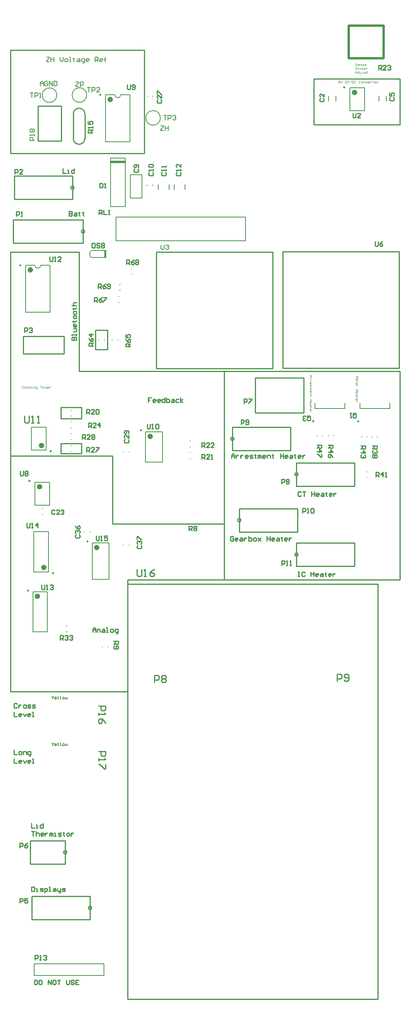
<source format=gbr>
G04 Layer_Color=65535*
%FSLAX26Y26*%
%MOIN*%
%TF.FileFunction,Legend,Top*%
%TF.Part,Single*%
G01*
G75*
%TA.AperFunction,NonConductor*%
%ADD74C,0.009842*%
%ADD75C,0.023622*%
%ADD76C,0.003937*%
%ADD78C,0.010000*%
%ADD79C,0.020000*%
%ADD80C,0.007874*%
%ADD141C,0.008000*%
%ADD142C,0.005000*%
%ADD143R,0.125984X0.021654*%
%ADD144R,0.023000X0.006500*%
%ADD145R,0.018000X0.067000*%
%ADD146R,0.025600X0.007300*%
D74*
X1632617Y4906543D02*
G03*
X1632617Y4906543I-4921J0D01*
G01*
X-573335Y1008905D02*
G03*
X-573335Y1008905I-4921J0D01*
G01*
X-113690Y1962843D02*
G03*
X-113690Y1962843I-4921J0D01*
G01*
X-1149516Y3378787D02*
G03*
X-1149516Y3378787I-4921J0D01*
G01*
X-1083178Y586268D02*
G03*
X-1083178Y586268I-4921J0D01*
G01*
X-888296Y1783315D02*
G03*
X-888296Y1783315I-4921J0D01*
G01*
X1367019Y2040401D02*
G03*
X1367019Y2040401I-4921J0D01*
G01*
X1752893Y2039220D02*
G03*
X1752893Y2039220I-4921J0D01*
G01*
X-462509Y4841976D02*
G03*
X-462509Y4841976I-4921J0D01*
G01*
X-868414Y736268D02*
G03*
X-868414Y736268I-4921J0D01*
G01*
X-1072351Y1527606D02*
G03*
X-1072351Y1527606I-4921J0D01*
G01*
D75*
X1729074Y4862055D02*
G03*
X1729074Y4862055I-11811J0D01*
G01*
X-486721Y955756D02*
G03*
X-486721Y955756I-11811J0D01*
G01*
X-27076Y1909693D02*
G03*
X-27076Y1909693I-11811J0D01*
G01*
X-1057587Y3339024D02*
G03*
X-1057587Y3339024I-11811J0D01*
G01*
X-996564Y537646D02*
G03*
X-996564Y537646I-11811J0D01*
G01*
X-961131Y1831740D02*
G03*
X-961131Y1831740I-11811J0D01*
G01*
X-370579Y4802213D02*
G03*
X-370579Y4802213I-11811J0D01*
G01*
X-941249Y784890D02*
G03*
X-941249Y784890I-11811J0D01*
G01*
X-977863Y1477213D02*
G03*
X-977863Y1477213I-11811J0D01*
G01*
D76*
X-1125177Y2338950D02*
X-1128457Y2342230D01*
X-1135016Y2342230D01*
X-1138296Y2338950D01*
X-1138296Y2325831D01*
X-1135016Y2322552D01*
X-1128457Y2322552D01*
X-1125177Y2325831D01*
X-1115338Y2322552D02*
X-1108778Y2322552D01*
X-1105498Y2325831D01*
X-1105498Y2332391D01*
X-1108778Y2335671D01*
X-1115338Y2335671D01*
X-1118618Y2332391D01*
X-1118618Y2325831D01*
X-1115338Y2322552D01*
X-1098939Y2322552D02*
X-1098939Y2335671D01*
X-1089100Y2335671D01*
X-1085820Y2332391D01*
X-1085820Y2322552D01*
X-1079260Y2322552D02*
X-1079260Y2335671D01*
X-1069421Y2335671D01*
X-1066141Y2332391D01*
X-1066141Y2322552D01*
X-1059582Y2322552D02*
X-1053022Y2322552D01*
X-1056302Y2322552D01*
X-1056302Y2335671D01*
X-1059582Y2335671D01*
X-1043183Y2322552D02*
X-1043183Y2335671D01*
X-1033343Y2335671D01*
X-1030064Y2332391D01*
X-1030064Y2322552D01*
X-1016945Y2315992D02*
X-1013665Y2315992D01*
X-1010385Y2319272D01*
X-1010385Y2335671D01*
X-1020224Y2335671D01*
X-1023504Y2332391D01*
X-1023504Y2325831D01*
X-1020224Y2322552D01*
X-1010385Y2322552D01*
X-984147Y2342230D02*
X-971028Y2342230D01*
X-977587Y2342230D01*
X-977587Y2322552D01*
X-961189Y2322552D02*
X-954629Y2322552D01*
X-951349Y2325831D01*
X-951349Y2332391D01*
X-954629Y2335671D01*
X-961189Y2335671D01*
X-964468Y2332391D01*
X-964468Y2325831D01*
X-961189Y2322552D01*
X-944790Y2335671D02*
X-944790Y2325831D01*
X-941510Y2322552D01*
X-938230Y2325831D01*
X-934951Y2322552D01*
X-931671Y2325831D01*
X-931671Y2335671D01*
X-915272Y2322552D02*
X-921831Y2322552D01*
X-925111Y2325831D01*
X-925111Y2332391D01*
X-921831Y2335671D01*
X-915272Y2335671D01*
X-911992Y2332391D01*
X-911992Y2329111D01*
X-925111Y2329111D01*
X-905433Y2335671D02*
X-905433Y2322552D01*
X-905433Y2329111D01*
X-902153Y2332391D01*
X-898873Y2335671D01*
X-895593Y2335671D01*
X1578239Y4947225D02*
X1581519Y4943945D01*
X1588079Y4943945D01*
X1591358Y4947225D01*
X1591358Y4960344D01*
X1588079Y4963623D01*
X1581519Y4963623D01*
X1578239Y4960344D01*
X1578239Y4957064D01*
X1581519Y4953784D01*
X1591358Y4953784D01*
X1597918Y4963623D02*
X1597918Y4950504D01*
X1604477Y4943945D01*
X1611037Y4950504D01*
X1611037Y4963623D01*
X1637275Y4963623D02*
X1637275Y4943945D01*
X1647114Y4943945D01*
X1650394Y4947225D01*
X1650394Y4960344D01*
X1647114Y4963623D01*
X1637275Y4963623D01*
X1670073Y4960344D02*
X1666793Y4963623D01*
X1660234Y4963623D01*
X1656954Y4960344D01*
X1656954Y4947225D01*
X1660234Y4943945D01*
X1666793Y4943945D01*
X1670073Y4947225D01*
X1676632Y4953784D02*
X1689751Y4953784D01*
X1696311Y4963623D02*
X1696311Y4943945D01*
X1706150Y4943945D01*
X1709430Y4947225D01*
X1709430Y4960344D01*
X1706150Y4963623D01*
X1696311Y4963623D01*
X1729109Y4960344D02*
X1725829Y4963623D01*
X1719269Y4963623D01*
X1715989Y4960344D01*
X1715989Y4947225D01*
X1719269Y4943945D01*
X1725829Y4943945D01*
X1729109Y4947225D01*
X1768466Y4960344D02*
X1765186Y4963623D01*
X1758627Y4963623D01*
X1755347Y4960344D01*
X1755347Y4947225D01*
X1758627Y4943945D01*
X1765186Y4943945D01*
X1768466Y4947225D01*
X1778305Y4943945D02*
X1784865Y4943945D01*
X1788144Y4947225D01*
X1788144Y4953784D01*
X1784865Y4957064D01*
X1778305Y4957064D01*
X1775025Y4953784D01*
X1775025Y4947225D01*
X1778305Y4943945D01*
X1794704Y4943945D02*
X1794704Y4957064D01*
X1804543Y4957064D01*
X1807823Y4953784D01*
X1807823Y4943945D01*
X1814382Y4957064D02*
X1820942Y4943945D01*
X1827502Y4957064D01*
X1843900Y4943945D02*
X1837341Y4943945D01*
X1834061Y4947225D01*
X1834061Y4953784D01*
X1837341Y4957064D01*
X1843900Y4957064D01*
X1847180Y4953784D01*
X1847180Y4950504D01*
X1834061Y4950504D01*
X1853740Y4957064D02*
X1853740Y4943945D01*
X1853740Y4950504D01*
X1857020Y4953784D01*
X1860299Y4957064D01*
X1863579Y4957064D01*
X1876698Y4960344D02*
X1876698Y4957064D01*
X1873418Y4957064D01*
X1879978Y4957064D01*
X1876698Y4957064D01*
X1876698Y4947225D01*
X1879978Y4943945D01*
X1899657Y4943945D02*
X1893097Y4943945D01*
X1889817Y4947225D01*
X1889817Y4953784D01*
X1893097Y4957064D01*
X1899657Y4957064D01*
X1902936Y4953784D01*
X1902936Y4950504D01*
X1889817Y4950504D01*
X1909496Y4957064D02*
X1909496Y4943945D01*
X1909496Y4950504D01*
X1912776Y4953784D01*
X1916055Y4957064D01*
X1919335Y4957064D01*
X1737028Y5107833D02*
X1733748Y5111112D01*
X1727188Y5111112D01*
X1723909Y5107833D01*
X1723909Y5104553D01*
X1727188Y5101273D01*
X1733748Y5101273D01*
X1737028Y5097993D01*
X1737028Y5094713D01*
X1733748Y5091434D01*
X1727188Y5091434D01*
X1723909Y5094713D01*
X1753427Y5091434D02*
X1746867Y5091434D01*
X1743587Y5094713D01*
X1743587Y5101273D01*
X1746867Y5104553D01*
X1753427Y5104553D01*
X1756706Y5101273D01*
X1756706Y5097993D01*
X1743587Y5097993D01*
X1763266Y5091434D02*
X1763266Y5104553D01*
X1773105Y5104553D01*
X1776385Y5101273D01*
X1776385Y5091434D01*
X1782944Y5091434D02*
X1792784Y5091434D01*
X1796063Y5094713D01*
X1792784Y5097993D01*
X1786224Y5097993D01*
X1782944Y5101273D01*
X1786224Y5104553D01*
X1796063Y5104553D01*
X1812462Y5091434D02*
X1805903Y5091434D01*
X1802623Y5094713D01*
X1802623Y5101273D01*
X1805903Y5104553D01*
X1812462Y5104553D01*
X1815742Y5101273D01*
X1815742Y5097993D01*
X1802623Y5097993D01*
X1733748Y5078049D02*
X1727188Y5078049D01*
X1723909Y5074770D01*
X1723909Y5061650D01*
X1727188Y5058371D01*
X1733748Y5058371D01*
X1737028Y5061650D01*
X1737028Y5074770D01*
X1733748Y5078049D01*
X1746867Y5058371D02*
X1746867Y5074770D01*
X1746867Y5068210D01*
X1743587Y5068210D01*
X1750147Y5068210D01*
X1746867Y5068210D01*
X1746867Y5074770D01*
X1750147Y5078049D01*
X1763266Y5058371D02*
X1763266Y5074770D01*
X1763266Y5068210D01*
X1759986Y5068210D01*
X1766546Y5068210D01*
X1763266Y5068210D01*
X1763266Y5074770D01*
X1766546Y5078049D01*
X1776385Y5058371D02*
X1786224Y5058371D01*
X1789504Y5061650D01*
X1786224Y5064930D01*
X1779665Y5064930D01*
X1776385Y5068210D01*
X1779665Y5071490D01*
X1789504Y5071490D01*
X1805903Y5058371D02*
X1799343Y5058371D01*
X1796064Y5061650D01*
X1796064Y5068210D01*
X1799343Y5071490D01*
X1805903Y5071490D01*
X1809183Y5068210D01*
X1809183Y5064930D01*
X1796064Y5064930D01*
X1819022Y5074770D02*
X1819022Y5071490D01*
X1815742Y5071490D01*
X1822302Y5071490D01*
X1819022Y5071490D01*
X1819022Y5061650D01*
X1822302Y5058371D01*
X1723909Y5025307D02*
X1723909Y5038427D01*
X1730468Y5044986D01*
X1737028Y5038427D01*
X1737028Y5025307D01*
X1737028Y5035147D01*
X1723909Y5035147D01*
X1756706Y5044986D02*
X1756706Y5025307D01*
X1746867Y5025307D01*
X1743587Y5028587D01*
X1743587Y5035147D01*
X1746867Y5038427D01*
X1756706Y5038427D01*
X1763266Y5018748D02*
X1766546Y5018748D01*
X1769825Y5022028D01*
X1769825Y5038427D01*
X1782944Y5038427D02*
X1782944Y5028587D01*
X1786224Y5025307D01*
X1796063Y5025307D01*
X1796063Y5038427D01*
X1802623Y5025307D02*
X1812462Y5025307D01*
X1815742Y5028587D01*
X1812462Y5031867D01*
X1805903Y5031867D01*
X1802623Y5035147D01*
X1805903Y5038427D01*
X1815742Y5038427D01*
X1825581Y5041706D02*
X1825581Y5038427D01*
X1822302Y5038427D01*
X1828861Y5038427D01*
X1825581Y5038427D01*
X1825581Y5028587D01*
X1828861Y5025307D01*
X1332176Y2436071D02*
X1345295Y2436071D01*
X1351855Y2429511D01*
X1345295Y2422952D01*
X1332176Y2422952D01*
X1342016Y2422952D01*
X1342016Y2436071D01*
X1345295Y2416392D02*
X1332176Y2416392D01*
X1338736Y2416392D01*
X1342016Y2413113D01*
X1345295Y2409833D01*
X1345295Y2406553D01*
X1345295Y2396714D02*
X1332176Y2396714D01*
X1338736Y2396714D01*
X1342016Y2393434D01*
X1345295Y2390154D01*
X1345295Y2386874D01*
X1332176Y2367196D02*
X1332176Y2373755D01*
X1335456Y2377035D01*
X1342016Y2377035D01*
X1345295Y2373755D01*
X1345295Y2367196D01*
X1342016Y2363916D01*
X1338736Y2363916D01*
X1338736Y2377035D01*
X1332176Y2357356D02*
X1332176Y2347517D01*
X1335456Y2344237D01*
X1338736Y2347517D01*
X1338736Y2354077D01*
X1342016Y2357356D01*
X1345295Y2354077D01*
X1345295Y2344237D01*
X1348575Y2334398D02*
X1345295Y2334398D01*
X1345295Y2337678D01*
X1345295Y2331118D01*
X1345295Y2334398D01*
X1335456Y2334398D01*
X1332176Y2331118D01*
X1332176Y2321279D02*
X1345295Y2321279D01*
X1345295Y2317999D01*
X1342016Y2314720D01*
X1332176Y2314720D01*
X1342016Y2314720D01*
X1345295Y2311440D01*
X1342016Y2308160D01*
X1332176Y2308160D01*
X1332176Y2291761D02*
X1332176Y2298321D01*
X1335456Y2301600D01*
X1342016Y2301600D01*
X1345295Y2298321D01*
X1345295Y2291761D01*
X1342016Y2288481D01*
X1338736Y2288481D01*
X1338736Y2301600D01*
X1332176Y2281922D02*
X1345295Y2281922D01*
X1345295Y2272082D01*
X1342016Y2268803D01*
X1332176Y2268803D01*
X1348575Y2258963D02*
X1345295Y2258963D01*
X1345295Y2262243D01*
X1345295Y2255684D01*
X1345295Y2258963D01*
X1335456Y2258963D01*
X1332176Y2255684D01*
X1351855Y2226166D02*
X1332176Y2226166D01*
X1342016Y2226166D01*
X1342016Y2213047D01*
X1351855Y2213047D01*
X1332176Y2213047D01*
X1332176Y2196648D02*
X1332176Y2203207D01*
X1335456Y2206487D01*
X1342016Y2206487D01*
X1345295Y2203207D01*
X1345295Y2196648D01*
X1342016Y2193368D01*
X1338736Y2193368D01*
X1338736Y2206487D01*
X1345295Y2183529D02*
X1345295Y2176969D01*
X1342016Y2173689D01*
X1332176Y2173689D01*
X1332176Y2183529D01*
X1335456Y2186809D01*
X1338736Y2183529D01*
X1338736Y2173689D01*
X1348575Y2163850D02*
X1345295Y2163850D01*
X1345295Y2167130D01*
X1345295Y2160570D01*
X1345295Y2163850D01*
X1335456Y2163850D01*
X1332176Y2160570D01*
X1332176Y2140892D02*
X1332176Y2147451D01*
X1335456Y2150731D01*
X1342016Y2150731D01*
X1345295Y2147451D01*
X1345295Y2140892D01*
X1342016Y2137612D01*
X1338736Y2137612D01*
X1338736Y2150731D01*
X1345295Y2131052D02*
X1332176Y2131052D01*
X1338736Y2131052D01*
X1342016Y2127773D01*
X1345295Y2124493D01*
X1345295Y2121213D01*
X1725877Y2426228D02*
X1745556Y2426228D01*
X1738996Y2419669D01*
X1745556Y2413109D01*
X1725877Y2413109D01*
X1725877Y2396711D02*
X1725877Y2403270D01*
X1729157Y2406550D01*
X1735716Y2406550D01*
X1738996Y2403270D01*
X1738996Y2396711D01*
X1735716Y2393431D01*
X1732437Y2393431D01*
X1732437Y2406550D01*
X1742276Y2383591D02*
X1738996Y2383591D01*
X1738996Y2386871D01*
X1738996Y2380312D01*
X1738996Y2383591D01*
X1729157Y2383591D01*
X1725877Y2380312D01*
X1725877Y2360633D02*
X1725877Y2367193D01*
X1729157Y2370472D01*
X1735716Y2370472D01*
X1738996Y2367193D01*
X1738996Y2360633D01*
X1735716Y2357353D01*
X1732437Y2357353D01*
X1732437Y2370472D01*
X1738996Y2350794D02*
X1725877Y2350794D01*
X1732437Y2350794D01*
X1735716Y2347514D01*
X1738996Y2344234D01*
X1738996Y2340954D01*
X1745556Y2311436D02*
X1725877Y2311436D01*
X1735716Y2311436D01*
X1735716Y2298317D01*
X1745556Y2298317D01*
X1725877Y2298317D01*
X1725877Y2281919D02*
X1725877Y2288478D01*
X1729157Y2291758D01*
X1735716Y2291758D01*
X1738996Y2288478D01*
X1738996Y2281919D01*
X1735716Y2278639D01*
X1732437Y2278639D01*
X1732437Y2291758D01*
X1738996Y2268800D02*
X1738996Y2262240D01*
X1735716Y2258960D01*
X1725877Y2258960D01*
X1725877Y2268800D01*
X1729157Y2272079D01*
X1732437Y2268800D01*
X1732437Y2258960D01*
X1742276Y2249121D02*
X1738996Y2249121D01*
X1738996Y2252401D01*
X1738996Y2245841D01*
X1738996Y2249121D01*
X1729157Y2249121D01*
X1725877Y2245841D01*
X1725877Y2226162D02*
X1725877Y2232722D01*
X1729157Y2236002D01*
X1735716Y2236002D01*
X1738996Y2232722D01*
X1738996Y2226162D01*
X1735716Y2222883D01*
X1732437Y2222883D01*
X1732437Y2236002D01*
X1738996Y2216323D02*
X1725877Y2216323D01*
X1732437Y2216323D01*
X1735716Y2213043D01*
X1738996Y2209764D01*
X1738996Y2206484D01*
D78*
X740413Y1190008D02*
G03*
X740413Y1190008I-14142J0D01*
G01*
X681358Y1888827D02*
G03*
X681358Y1888827I-14142J0D01*
G01*
X1232539Y1583709D02*
G03*
X1232539Y1583709I-14142J0D01*
G01*
X-693445Y4044339D02*
G03*
X-693445Y4044339I-14142J0D01*
G01*
X1232539Y894732D02*
G03*
X1232539Y894732I-14142J0D01*
G01*
X-601910Y3668157D02*
G03*
X-601910Y3668157I-14142J0D01*
G01*
X-600107Y4676845D02*
G03*
X-700107Y4676845I-50000J250D01*
G01*
X-700107Y4467345D02*
G03*
X-600107Y4467345I50000J-250D01*
G01*
X-755273Y-1660590D02*
G03*
X-755273Y-1660590I-14142J0D01*
G01*
X-541674Y-2137748D02*
G03*
X-541674Y-2137748I-14142J0D01*
G01*
X-1128493Y2617567D02*
X-778493Y2617567D01*
X-1128493Y2617567D02*
X-1128493Y2767567D01*
X-778493Y2767567D01*
X-778493Y2617567D02*
X-778493Y2767567D01*
X-1002415Y4447094D02*
X-802415Y4447094D01*
X-802415Y4747094D01*
X-1002415Y4747094D02*
X-802415Y4747094D01*
X-1002415Y4447094D02*
X-1002415Y4747094D01*
X-232485Y-282432D02*
X-232485Y677568D01*
X1540153Y-2919882D02*
X1916137Y-2919882D01*
X1916137Y643110D01*
X-232485Y-2919882D02*
X-232485Y643110D01*
X-232485Y-2919882D02*
X1540153Y-2919882D01*
X-232485Y643110D02*
X1916137Y643110D01*
X-232485Y677568D02*
X596507Y677568D01*
X14853Y2491190D02*
X14853Y3491190D01*
X14853Y3491170D02*
X1014857Y3491190D01*
X1014853Y2491190D02*
X1014853Y3491190D01*
X14853Y2491190D02*
X1014853Y2491190D01*
X864067Y2113630D02*
X938067Y2113630D01*
X864067Y2113630D02*
X864067Y2187630D01*
X938067Y2113630D02*
X1279067Y2113630D01*
X864067Y2187630D02*
X864067Y2413630D01*
X1279067Y2413630D01*
X1279067Y2113630D02*
X1279067Y2413630D01*
X726271Y1290008D02*
X1226271Y1290008D01*
X1226271Y1090008D02*
X1226271Y1290008D01*
X726271Y1090008D02*
X1226271Y1090008D01*
X726271Y1090008D02*
X726271Y1290008D01*
X667215Y1988826D02*
X1167215Y1988826D01*
X1167215Y1788826D02*
X1167215Y1988826D01*
X667215Y1788826D02*
X1167215Y1788826D01*
X667215Y1788826D02*
X667215Y1988826D01*
X1218397Y1683708D02*
X1718397Y1683708D01*
X1718397Y1483708D02*
X1718397Y1683708D01*
X1218397Y1483708D02*
X1718397Y1483708D01*
X1218397Y1483708D02*
X1218397Y1683708D01*
X-1207587Y3944338D02*
X-707587Y3944338D01*
X-1207587Y3944338D02*
X-1207587Y4144338D01*
X-707587Y4144338D01*
X-707587Y3944338D02*
X-707587Y4144338D01*
X1218397Y994732D02*
X1718397Y994732D01*
X1718397Y794732D02*
X1718397Y994732D01*
X1218397Y794732D02*
X1718397Y794732D01*
X1218397Y794732D02*
X1218397Y994732D01*
X-1216051Y3568158D02*
X-616051Y3568158D01*
X-1216051Y3568158D02*
X-1216051Y3768158D01*
X-616051Y3768158D01*
X-616051Y3568158D02*
X-616051Y3768158D01*
X-600107Y4467344D02*
X-600107Y4676844D01*
X-700107Y4467344D02*
X-700107Y4676844D01*
X1750287Y3494732D02*
X2100287Y3494732D01*
X1100287Y3494732D02*
X1250287Y3494732D01*
X1100287Y2494732D02*
X2100287Y2494732D01*
X1100287Y2494732D02*
X1100287Y2769732D01*
X1250287Y3494732D02*
X1750287Y3494732D01*
X1100287Y3319732D02*
X1100287Y3494732D01*
X1100287Y2769732D02*
X1100287Y3319732D01*
X2100287Y2494732D02*
X2100287Y3494732D01*
X-508375Y2823866D02*
X-406013Y2823866D01*
X-508375Y2654574D02*
X-508375Y2823866D01*
X-508375Y2654574D02*
X-406013Y2654574D01*
X-406013Y2823866D01*
X-807587Y1760874D02*
X-807587Y1847488D01*
X-807587Y1760874D02*
X-630423Y1760874D01*
X-630423Y1847488D01*
X-807587Y1847488D02*
X-630423Y1847488D01*
X-807587Y2158512D02*
X-630423Y2158512D01*
X-630423Y2064024D02*
X-630423Y2158512D01*
X-807587Y2064024D02*
X-630423Y2064024D01*
X-807587Y2064024D02*
X-807587Y2158512D01*
X-708671Y-281842D02*
X-232485Y-281842D01*
X-1240659Y-281842D02*
X-1240659Y1736930D01*
X-1240659Y-281842D02*
X-1219891Y-281842D01*
X596507Y677568D02*
X596507Y2467568D01*
X596507Y677568D02*
X2105799Y677568D01*
X2105799Y2440008D01*
X2105799Y2467568D01*
X596507Y2467568D02*
X2105799Y2467568D01*
X-650107Y2467568D02*
X596507Y2467568D01*
X-650107Y2467568D02*
X-650107Y3493158D01*
X-1240659Y3493158D02*
X-650107Y3493158D01*
X2413Y1157568D02*
X596507Y1157568D01*
X-1240659Y1743158D02*
X-1240659Y3493158D01*
X-343493Y1157568D02*
X2413Y1157568D01*
X2105799Y4585678D02*
X2105799Y4979378D01*
X1367609Y4979378D02*
X2105799Y4979378D01*
X1367609Y4585678D02*
X1367609Y4979378D01*
X1367609Y4585678D02*
X2105799Y4585678D01*
X-1240659Y1743158D02*
X-363493Y1743158D01*
X-363493Y1157568D02*
X-363493Y1743158D01*
X596507Y677568D02*
X596507Y1157568D01*
X-1219891Y-281842D02*
X-708671Y-281842D01*
X-1240659Y4339614D02*
X-90745Y4339614D01*
X-90745Y5225442D01*
X-1240659Y5225442D02*
X-90745Y5225442D01*
X-1240659Y4339614D02*
X-1240659Y5225442D01*
X-363493Y1157568D02*
X596507Y1157568D01*
X596507Y2467568D01*
X-1069413Y-1760590D02*
X-769413Y-1760590D01*
X-1069413Y-1760590D02*
X-1069413Y-1560590D01*
X-769413Y-1560590D01*
X-769413Y-1760590D02*
X-769413Y-1560590D01*
X-1055815Y-2237748D02*
X-555815Y-2237748D01*
X-1055815Y-2237748D02*
X-1055815Y-2037748D01*
X-555815Y-2037748D01*
X-555815Y-2237748D02*
X-555815Y-2037748D01*
X-1059415Y-1410004D02*
X-1059415Y-1449361D01*
X-1033177Y-1449361D01*
X-1020058Y-1449361D02*
X-1006938Y-1449361D01*
X-1013498Y-1449361D01*
X-1013498Y-1423123D01*
X-1020058Y-1423123D01*
X-961022Y-1410004D02*
X-961022Y-1449361D01*
X-980700Y-1449361D01*
X-987260Y-1442802D01*
X-987260Y-1429682D01*
X-980700Y-1423123D01*
X-961022Y-1423123D01*
X-1059415Y-1481233D02*
X-1033177Y-1481233D01*
X-1046296Y-1481233D01*
X-1046296Y-1520590D01*
X-1020058Y-1481233D02*
X-1020058Y-1520590D01*
X-1020058Y-1500911D01*
X-1013498Y-1494352D01*
X-1000379Y-1494352D01*
X-993819Y-1500911D01*
X-993819Y-1520590D01*
X-961021Y-1520590D02*
X-974141Y-1520590D01*
X-980700Y-1514030D01*
X-980700Y-1500911D01*
X-974141Y-1494352D01*
X-961021Y-1494352D01*
X-954462Y-1500911D01*
X-954462Y-1507471D01*
X-980700Y-1507471D01*
X-941343Y-1494352D02*
X-941343Y-1520590D01*
X-941343Y-1507471D01*
X-934783Y-1500911D01*
X-928224Y-1494352D01*
X-921664Y-1494352D01*
X-901985Y-1520590D02*
X-901985Y-1494352D01*
X-895426Y-1494352D01*
X-888866Y-1500911D01*
X-888866Y-1520590D01*
X-888866Y-1500911D01*
X-882307Y-1494352D01*
X-875747Y-1500911D01*
X-875747Y-1520590D01*
X-862628Y-1520590D02*
X-849509Y-1520590D01*
X-856068Y-1520590D01*
X-856068Y-1494352D01*
X-862628Y-1494352D01*
X-829830Y-1520590D02*
X-810152Y-1520590D01*
X-803592Y-1514030D01*
X-810152Y-1507471D01*
X-823271Y-1507471D01*
X-829830Y-1500911D01*
X-823271Y-1494352D01*
X-803592Y-1494352D01*
X-783913Y-1487792D02*
X-783913Y-1494352D01*
X-790473Y-1494352D01*
X-777354Y-1494352D01*
X-783913Y-1494352D01*
X-783913Y-1514030D01*
X-777354Y-1520590D01*
X-751115Y-1520590D02*
X-737996Y-1520590D01*
X-731437Y-1514030D01*
X-731437Y-1500911D01*
X-737996Y-1494352D01*
X-751115Y-1494352D01*
X-757675Y-1500911D01*
X-757675Y-1514030D01*
X-751115Y-1520590D01*
X-718318Y-1494352D02*
X-718318Y-1520590D01*
X-718318Y-1507471D01*
X-711758Y-1500911D01*
X-705198Y-1494352D01*
X-698639Y-1494352D01*
X675757Y1044727D02*
X669197Y1051287D01*
X656078Y1051287D01*
X649519Y1044727D01*
X649519Y1018489D01*
X656078Y1011929D01*
X669197Y1011929D01*
X675757Y1018489D01*
X675757Y1031608D01*
X662638Y1031608D01*
X708555Y1011929D02*
X695436Y1011929D01*
X688876Y1018489D01*
X688876Y1031608D01*
X695436Y1038168D01*
X708555Y1038168D01*
X715114Y1031608D01*
X715114Y1025048D01*
X688876Y1025048D01*
X734793Y1038168D02*
X747912Y1038168D01*
X754472Y1031608D01*
X754472Y1011929D01*
X734793Y1011929D01*
X728233Y1018489D01*
X734793Y1025048D01*
X754472Y1025048D01*
X767591Y1038168D02*
X767591Y1011929D01*
X767591Y1025048D01*
X774150Y1031608D01*
X780710Y1038168D01*
X787269Y1038168D01*
X806948Y1051287D02*
X806948Y1011929D01*
X826627Y1011929D01*
X833186Y1018489D01*
X833186Y1025048D01*
X833186Y1031608D01*
X826627Y1038168D01*
X806948Y1038168D01*
X852865Y1011929D02*
X865984Y1011929D01*
X872544Y1018489D01*
X872544Y1031608D01*
X865984Y1038168D01*
X852865Y1038168D01*
X846306Y1031608D01*
X846306Y1018489D01*
X852865Y1011929D01*
X885663Y1038168D02*
X911901Y1011929D01*
X898782Y1025048D01*
X911901Y1038168D01*
X885663Y1011929D01*
X964378Y1051287D02*
X964378Y1011929D01*
X964378Y1031608D01*
X990616Y1031608D01*
X990616Y1051287D01*
X990616Y1011929D01*
X1023414Y1011929D02*
X1010295Y1011929D01*
X1003735Y1018489D01*
X1003735Y1031608D01*
X1010295Y1038168D01*
X1023414Y1038168D01*
X1029973Y1031608D01*
X1029973Y1025048D01*
X1003735Y1025048D01*
X1049652Y1038168D02*
X1062771Y1038168D01*
X1069331Y1031608D01*
X1069331Y1011929D01*
X1049652Y1011929D01*
X1043093Y1018489D01*
X1049652Y1025048D01*
X1069331Y1025048D01*
X1089010Y1044727D02*
X1089010Y1038168D01*
X1082450Y1038168D01*
X1095569Y1038168D01*
X1089010Y1038168D01*
X1089010Y1018489D01*
X1095569Y1011929D01*
X1134927Y1011929D02*
X1121807Y1011929D01*
X1115248Y1018489D01*
X1115248Y1031608D01*
X1121807Y1038168D01*
X1134927Y1038168D01*
X1141486Y1031608D01*
X1141486Y1025048D01*
X1115248Y1025048D01*
X1154605Y1038168D02*
X1154605Y1011929D01*
X1154605Y1025048D01*
X1161165Y1031608D01*
X1167724Y1038168D01*
X1174284Y1038168D01*
X1256210Y1429656D02*
X1249650Y1436216D01*
X1236531Y1436216D01*
X1229972Y1429656D01*
X1229972Y1403418D01*
X1236531Y1396858D01*
X1249650Y1396858D01*
X1256210Y1403418D01*
X1269329Y1436216D02*
X1295567Y1436216D01*
X1282448Y1436216D01*
X1282448Y1396858D01*
X1348044Y1436216D02*
X1348044Y1396858D01*
X1348044Y1416537D01*
X1374282Y1416537D01*
X1374282Y1436216D01*
X1374282Y1396858D01*
X1407080Y1396858D02*
X1393961Y1396858D01*
X1387401Y1403418D01*
X1387401Y1416537D01*
X1393961Y1423097D01*
X1407080Y1423097D01*
X1413639Y1416537D01*
X1413639Y1409977D01*
X1387401Y1409977D01*
X1433318Y1423097D02*
X1446437Y1423097D01*
X1452997Y1416537D01*
X1452997Y1396858D01*
X1433318Y1396858D01*
X1426759Y1403418D01*
X1433318Y1409977D01*
X1452997Y1409977D01*
X1472676Y1429656D02*
X1472676Y1423097D01*
X1466116Y1423097D01*
X1479235Y1423097D01*
X1472676Y1423097D01*
X1472676Y1403418D01*
X1479235Y1396858D01*
X1518592Y1396858D02*
X1505473Y1396858D01*
X1498914Y1403418D01*
X1498914Y1416537D01*
X1505473Y1423097D01*
X1518592Y1423097D01*
X1525152Y1416537D01*
X1525152Y1409977D01*
X1498914Y1409977D01*
X1538271Y1423097D02*
X1538271Y1396858D01*
X1538271Y1409977D01*
X1544831Y1416537D01*
X1551390Y1423097D01*
X1557950Y1423097D01*
X659106Y1721661D02*
X659106Y1747900D01*
X672225Y1761019D01*
X685344Y1747900D01*
X685344Y1721661D01*
X685344Y1741340D01*
X659106Y1741340D01*
X698463Y1747900D02*
X698463Y1721661D01*
X698463Y1734781D01*
X705023Y1741340D01*
X711582Y1747900D01*
X718142Y1747900D01*
X737820Y1747900D02*
X737820Y1721661D01*
X737820Y1734781D01*
X744380Y1741340D01*
X750939Y1747900D01*
X757499Y1747900D01*
X796856Y1721661D02*
X783737Y1721661D01*
X777178Y1728221D01*
X777178Y1741340D01*
X783737Y1747900D01*
X796856Y1747900D01*
X803416Y1741340D01*
X803416Y1734781D01*
X777178Y1734781D01*
X816535Y1721661D02*
X836214Y1721661D01*
X842773Y1728221D01*
X836214Y1734781D01*
X823095Y1734781D01*
X816535Y1741340D01*
X823095Y1747900D01*
X842773Y1747900D01*
X862452Y1754459D02*
X862452Y1747900D01*
X855893Y1747900D01*
X869012Y1747900D01*
X862452Y1747900D01*
X862452Y1728221D01*
X869012Y1721661D01*
X888690Y1721661D02*
X888690Y1747900D01*
X895250Y1747900D01*
X901809Y1741340D01*
X901809Y1721661D01*
X901809Y1741340D01*
X908369Y1747900D01*
X914928Y1741340D01*
X914928Y1721661D01*
X947726Y1721661D02*
X934607Y1721661D01*
X928048Y1728221D01*
X928048Y1741340D01*
X934607Y1747900D01*
X947726Y1747900D01*
X954286Y1741340D01*
X954286Y1734781D01*
X928048Y1734781D01*
X967405Y1721661D02*
X967405Y1747900D01*
X987084Y1747900D01*
X993643Y1741340D01*
X993643Y1721661D01*
X1013322Y1754459D02*
X1013322Y1747900D01*
X1006763Y1747900D01*
X1019882Y1747900D01*
X1013322Y1747900D01*
X1013322Y1728221D01*
X1019882Y1721661D01*
X1078918Y1761019D02*
X1078918Y1721661D01*
X1078918Y1741340D01*
X1105156Y1741340D01*
X1105156Y1761019D01*
X1105156Y1721661D01*
X1137954Y1721661D02*
X1124835Y1721661D01*
X1118275Y1728221D01*
X1118275Y1741340D01*
X1124835Y1747900D01*
X1137954Y1747900D01*
X1144513Y1741340D01*
X1144513Y1734781D01*
X1118275Y1734781D01*
X1164192Y1747900D02*
X1177311Y1747900D01*
X1183871Y1741340D01*
X1183871Y1721661D01*
X1164192Y1721661D01*
X1157632Y1728221D01*
X1164192Y1734781D01*
X1183871Y1734781D01*
X1203550Y1754459D02*
X1203550Y1747900D01*
X1196990Y1747900D01*
X1210109Y1747900D01*
X1203550Y1747900D01*
X1203550Y1728221D01*
X1210109Y1721661D01*
X1249466Y1721661D02*
X1236347Y1721661D01*
X1229788Y1728221D01*
X1229788Y1741340D01*
X1236347Y1747900D01*
X1249466Y1747900D01*
X1256026Y1741340D01*
X1256026Y1734781D01*
X1229788Y1734781D01*
X1269145Y1747900D02*
X1269145Y1721661D01*
X1269145Y1734781D01*
X1275705Y1741340D01*
X1282264Y1747900D01*
X1288824Y1747900D01*
X-533808Y228875D02*
X-533808Y255113D01*
X-520689Y268232D01*
X-507570Y255113D01*
X-507570Y228875D01*
X-507570Y248554D01*
X-533808Y248554D01*
X-494450Y228875D02*
X-494450Y255113D01*
X-474772Y255113D01*
X-468212Y248554D01*
X-468212Y228875D01*
X-448534Y255113D02*
X-435414Y255113D01*
X-428855Y248554D01*
X-428855Y228875D01*
X-448534Y228875D01*
X-455093Y235435D01*
X-448534Y241994D01*
X-428855Y241994D01*
X-415736Y228875D02*
X-402617Y228875D01*
X-409176Y228875D01*
X-409176Y268232D01*
X-415736Y268232D01*
X-376378Y228875D02*
X-363259Y228875D01*
X-356700Y235435D01*
X-356700Y248554D01*
X-363259Y255113D01*
X-376378Y255113D01*
X-382938Y248554D01*
X-382938Y235435D01*
X-376378Y228875D01*
X-330461Y215756D02*
X-323902Y215756D01*
X-317342Y222315D01*
X-317342Y255113D01*
X-337021Y255113D01*
X-343580Y248554D01*
X-343580Y235435D01*
X-337021Y228875D01*
X-317342Y228875D01*
X-29814Y2242515D02*
X-56052Y2242515D01*
X-56052Y2222836D01*
X-42933Y2222836D01*
X-56052Y2222836D01*
X-56052Y2203157D01*
X2984Y2203157D02*
X-10135Y2203157D01*
X-16695Y2209717D01*
X-16695Y2222836D01*
X-10135Y2229396D01*
X2984Y2229396D01*
X9544Y2222836D01*
X9544Y2216277D01*
X-16695Y2216277D01*
X42342Y2203157D02*
X29222Y2203157D01*
X22663Y2209717D01*
X22663Y2222836D01*
X29222Y2229396D01*
X42342Y2229396D01*
X48901Y2222836D01*
X48901Y2216277D01*
X22663Y2216277D01*
X88258Y2242515D02*
X88258Y2203157D01*
X68580Y2203157D01*
X62020Y2209717D01*
X62020Y2222836D01*
X68580Y2229396D01*
X88258Y2229396D01*
X101378Y2242515D02*
X101378Y2203157D01*
X121056Y2203157D01*
X127616Y2209717D01*
X127616Y2216277D01*
X127616Y2222836D01*
X121056Y2229396D01*
X101378Y2229396D01*
X147295Y2229396D02*
X160414Y2229396D01*
X166973Y2222836D01*
X166973Y2203157D01*
X147295Y2203157D01*
X140735Y2209717D01*
X147295Y2216277D01*
X166973Y2216277D01*
X206331Y2229396D02*
X186652Y2229396D01*
X180092Y2222836D01*
X180092Y2209717D01*
X186652Y2203157D01*
X206331Y2203157D01*
X219450Y2203157D02*
X219450Y2242515D01*
X219450Y2216277D02*
X239129Y2229396D01*
X219450Y2216277D02*
X239129Y2203157D01*
X1229972Y747239D02*
X1243091Y747239D01*
X1236531Y747239D01*
X1236531Y707882D01*
X1229972Y707882D01*
X1243091Y707882D01*
X1289008Y740680D02*
X1282448Y747239D01*
X1269329Y747239D01*
X1262769Y740680D01*
X1262769Y714442D01*
X1269329Y707882D01*
X1282448Y707882D01*
X1289008Y714442D01*
X1341484Y747239D02*
X1341484Y707882D01*
X1341484Y727561D01*
X1367722Y727561D01*
X1367722Y747239D01*
X1367722Y707882D01*
X1400520Y707882D02*
X1387401Y707882D01*
X1380842Y714442D01*
X1380842Y727561D01*
X1387401Y734120D01*
X1400520Y734120D01*
X1407080Y727561D01*
X1407080Y721001D01*
X1380842Y721001D01*
X1426759Y734120D02*
X1439878Y734120D01*
X1446437Y727561D01*
X1446437Y707882D01*
X1426759Y707882D01*
X1420199Y714442D01*
X1426759Y721001D01*
X1446437Y721001D01*
X1466116Y740680D02*
X1466116Y734120D01*
X1459556Y734120D01*
X1472676Y734120D01*
X1466116Y734120D01*
X1466116Y714442D01*
X1472676Y707882D01*
X1512033Y707882D02*
X1498914Y707882D01*
X1492354Y714442D01*
X1492354Y727561D01*
X1498914Y734120D01*
X1512033Y734120D01*
X1518592Y727561D01*
X1518592Y721001D01*
X1492354Y721001D01*
X1531712Y734120D02*
X1531712Y707882D01*
X1531712Y721001D01*
X1538271Y727561D01*
X1544831Y734120D01*
X1551390Y734120D01*
X-538481Y3569287D02*
X-538481Y3529929D01*
X-518803Y3529929D01*
X-512243Y3536489D01*
X-512243Y3562727D01*
X-518803Y3569287D01*
X-538481Y3569287D01*
X-472886Y3562727D02*
X-479445Y3569287D01*
X-492564Y3569287D01*
X-499124Y3562727D01*
X-499124Y3556168D01*
X-492564Y3549608D01*
X-479445Y3549608D01*
X-472886Y3543048D01*
X-472886Y3536489D01*
X-479445Y3529929D01*
X-492564Y3529929D01*
X-499124Y3536489D01*
X-459767Y3562727D02*
X-453207Y3569287D01*
X-440088Y3569287D01*
X-433528Y3562727D01*
X-433528Y3556168D01*
X-440088Y3549608D01*
X-433528Y3543048D01*
X-433528Y3536489D01*
X-440088Y3529929D01*
X-453207Y3529929D01*
X-459767Y3536489D01*
X-459767Y3543048D01*
X-453207Y3549608D01*
X-459767Y3556168D01*
X-459767Y3562727D01*
X-453207Y3549608D02*
X-440088Y3549608D01*
X-153493Y767548D02*
X-153493Y717564D01*
X-143496Y707567D01*
X-123503Y707567D01*
X-113506Y717564D01*
X-113506Y767548D01*
X-93512Y707567D02*
X-73519Y707567D01*
X-83516Y707567D01*
X-83516Y767548D01*
X-93512Y757551D01*
X-3541Y767548D02*
X-23535Y757551D01*
X-43529Y737557D01*
X-43529Y717564D01*
X-33532Y707567D01*
X-13538Y707567D01*
X-3541Y717564D01*
X-3541Y727561D01*
X-13538Y737557D01*
X-43529Y737557D01*
X-1119863Y2084233D02*
X-1119863Y2034249D01*
X-1109866Y2024252D01*
X-1089873Y2024252D01*
X-1079876Y2034249D01*
X-1079876Y2084233D01*
X-1059882Y2024252D02*
X-1039889Y2024252D01*
X-1049886Y2024252D01*
X-1049886Y2084233D01*
X-1059882Y2074236D01*
X-1009899Y2024252D02*
X-989905Y2024252D01*
X-999902Y2024252D01*
X-999902Y2084233D01*
X-1009899Y2074236D01*
X-622548Y1886858D02*
X-622548Y1926216D01*
X-602869Y1926216D01*
X-596310Y1919656D01*
X-596310Y1906537D01*
X-602869Y1899977D01*
X-622548Y1899977D01*
X-609429Y1899977D02*
X-596310Y1886858D01*
X-556952Y1886858D02*
X-583191Y1886858D01*
X-556952Y1913097D01*
X-556952Y1919656D01*
X-563512Y1926216D01*
X-576631Y1926216D01*
X-583191Y1919656D01*
X-543833Y1919656D02*
X-537274Y1926216D01*
X-524155Y1926216D01*
X-517595Y1919656D01*
X-517595Y1913097D01*
X-524155Y1906537D01*
X-517595Y1899977D01*
X-517595Y1893418D01*
X-524155Y1886858D01*
X-537274Y1886858D01*
X-543833Y1893418D01*
X-543833Y1899977D01*
X-537274Y1906537D01*
X-543833Y1913097D01*
X-543833Y1919656D01*
X-537274Y1906537D02*
X-524155Y1906537D01*
X-585481Y1776929D02*
X-585481Y1816287D01*
X-565803Y1816287D01*
X-559243Y1809727D01*
X-559243Y1796608D01*
X-565803Y1790048D01*
X-585481Y1790048D01*
X-572362Y1790048D02*
X-559243Y1776929D01*
X-519886Y1776929D02*
X-546124Y1776929D01*
X-519886Y1803168D01*
X-519886Y1809727D01*
X-526445Y1816287D01*
X-539564Y1816287D01*
X-546124Y1809727D01*
X-506767Y1816287D02*
X-480528Y1816287D01*
X-480528Y1809727D01*
X-506767Y1783489D01*
X-506767Y1776929D01*
X-570256Y1987278D02*
X-570256Y2026636D01*
X-550577Y2026636D01*
X-544018Y2020076D01*
X-544018Y2006957D01*
X-550577Y2000397D01*
X-570256Y2000397D01*
X-557137Y2000397D02*
X-544018Y1987278D01*
X-504661Y1987278D02*
X-530899Y1987278D01*
X-504661Y2013516D01*
X-504661Y2020076D01*
X-511220Y2026636D01*
X-524339Y2026636D01*
X-530899Y2020076D01*
X-471863Y1987278D02*
X-471863Y2026636D01*
X-491541Y2006957D01*
X-465303Y2006957D01*
X-585481Y2101929D02*
X-585481Y2141287D01*
X-565803Y2141287D01*
X-559243Y2134727D01*
X-559243Y2121608D01*
X-565803Y2115048D01*
X-585481Y2115048D01*
X-572362Y2115048D02*
X-559243Y2101929D01*
X-519886Y2101929D02*
X-546124Y2101929D01*
X-519886Y2128168D01*
X-519886Y2134727D01*
X-526445Y2141287D01*
X-539564Y2141287D01*
X-546124Y2134727D01*
X-506767Y2134727D02*
X-500207Y2141287D01*
X-487088Y2141287D01*
X-480528Y2134727D01*
X-480528Y2108489D01*
X-487088Y2101929D01*
X-500207Y2101929D01*
X-506767Y2108489D01*
X-506767Y2134727D01*
X-472942Y4083696D02*
X-472942Y4044339D01*
X-453263Y4044339D01*
X-446704Y4050898D01*
X-446704Y4077136D01*
X-453263Y4083696D01*
X-472942Y4083696D01*
X-433584Y4044339D02*
X-420465Y4044339D01*
X-427025Y4044339D01*
X-427025Y4083696D01*
X-433584Y4077136D01*
X1089519Y801929D02*
X1089519Y841287D01*
X1109197Y841287D01*
X1115757Y834727D01*
X1115757Y821608D01*
X1109197Y815048D01*
X1089519Y815048D01*
X1128876Y801929D02*
X1141995Y801929D01*
X1135436Y801929D01*
X1135436Y841287D01*
X1128876Y834727D01*
X1161674Y801929D02*
X1174793Y801929D01*
X1168233Y801929D01*
X1168233Y841287D01*
X1161674Y834727D01*
X-1159415Y-2095590D02*
X-1159415Y-2056233D01*
X-1139736Y-2056233D01*
X-1133177Y-2062792D01*
X-1133177Y-2075911D01*
X-1139736Y-2082471D01*
X-1159415Y-2082471D01*
X-1093819Y-2056233D02*
X-1120058Y-2056233D01*
X-1120058Y-2075911D01*
X-1106938Y-2069352D01*
X-1100379Y-2069352D01*
X-1093819Y-2075911D01*
X-1093819Y-2089030D01*
X-1100379Y-2095590D01*
X-1113498Y-2095590D01*
X-1120058Y-2089030D01*
X-64477Y2015980D02*
X-64477Y1983182D01*
X-57918Y1976622D01*
X-44798Y1976622D01*
X-38239Y1983182D01*
X-38239Y2015980D01*
X-25120Y1976622D02*
X-12001Y1976622D01*
X-18560Y1976622D01*
X-18560Y2015980D01*
X-25120Y2009420D01*
X7678Y2009420D02*
X14238Y2015980D01*
X27357Y2015980D01*
X33916Y2009420D01*
X33916Y1983182D01*
X27357Y1976622D01*
X14238Y1976622D01*
X7678Y1983182D01*
X7678Y2009420D01*
X-486721Y3178197D02*
X-486721Y3217554D01*
X-467043Y3217554D01*
X-460483Y3210995D01*
X-460483Y3197876D01*
X-467043Y3191316D01*
X-486721Y3191316D01*
X-473602Y3191316D02*
X-460483Y3178197D01*
X-421126Y3217554D02*
X-434245Y3210995D01*
X-447364Y3197876D01*
X-447364Y3184756D01*
X-440804Y3178197D01*
X-427685Y3178197D01*
X-421126Y3184756D01*
X-421126Y3191316D01*
X-427685Y3197876D01*
X-447364Y3197876D01*
X-408006Y3184756D02*
X-401447Y3178197D01*
X-388328Y3178197D01*
X-381768Y3184756D01*
X-381768Y3210995D01*
X-388328Y3217554D01*
X-401447Y3217554D01*
X-408006Y3210995D01*
X-408006Y3204435D01*
X-401447Y3197876D01*
X-381768Y3197876D01*
X-243403Y3386095D02*
X-243403Y3425452D01*
X-223724Y3425452D01*
X-217165Y3418892D01*
X-217165Y3405773D01*
X-223724Y3399214D01*
X-243403Y3399214D01*
X-230284Y3399214D02*
X-217165Y3386095D01*
X-177807Y3425452D02*
X-190926Y3418892D01*
X-204045Y3405773D01*
X-204045Y3392654D01*
X-197486Y3386095D01*
X-184367Y3386095D01*
X-177807Y3392654D01*
X-177807Y3399214D01*
X-184367Y3405773D01*
X-204045Y3405773D01*
X-164688Y3418892D02*
X-158128Y3425452D01*
X-145009Y3425452D01*
X-138450Y3418892D01*
X-138450Y3412333D01*
X-145009Y3405773D01*
X-138450Y3399214D01*
X-138450Y3392654D01*
X-145009Y3386095D01*
X-158128Y3386095D01*
X-164688Y3392654D01*
X-164688Y3399214D01*
X-158128Y3405773D01*
X-164688Y3412333D01*
X-164688Y3418892D01*
X-158128Y3405773D02*
X-145009Y3405773D01*
X-520186Y3064024D02*
X-520186Y3103381D01*
X-500507Y3103381D01*
X-493948Y3096821D01*
X-493948Y3083702D01*
X-500507Y3077143D01*
X-520186Y3077143D01*
X-507067Y3077143D02*
X-493948Y3064024D01*
X-454590Y3103381D02*
X-467709Y3096821D01*
X-480829Y3083702D01*
X-480829Y3070583D01*
X-474269Y3064024D01*
X-461150Y3064024D01*
X-454590Y3070583D01*
X-454590Y3077143D01*
X-461150Y3083702D01*
X-480829Y3083702D01*
X-441471Y3103381D02*
X-415233Y3103381D01*
X-415233Y3096821D01*
X-441471Y3070583D01*
X-441471Y3064024D01*
X-209481Y2680929D02*
X-248839Y2680929D01*
X-248839Y2700608D01*
X-242279Y2707168D01*
X-229160Y2707168D01*
X-222601Y2700608D01*
X-222601Y2680929D01*
X-222601Y2694048D02*
X-209481Y2707168D01*
X-248839Y2746525D02*
X-242279Y2733406D01*
X-229160Y2720287D01*
X-216041Y2720287D01*
X-209481Y2726846D01*
X-209481Y2739965D01*
X-216041Y2746525D01*
X-222601Y2746525D01*
X-229160Y2739965D01*
X-229160Y2720287D01*
X-248839Y2785882D02*
X-248839Y2759644D01*
X-229160Y2759644D01*
X-235720Y2772763D01*
X-235720Y2779323D01*
X-229160Y2785882D01*
X-216041Y2785882D01*
X-209481Y2779323D01*
X-209481Y2766204D01*
X-216041Y2759644D01*
X-528060Y2686071D02*
X-567417Y2686071D01*
X-567417Y2705750D01*
X-560858Y2712309D01*
X-547739Y2712309D01*
X-541179Y2705750D01*
X-541179Y2686071D01*
X-541179Y2699190D02*
X-528060Y2712309D01*
X-567417Y2751666D02*
X-560858Y2738547D01*
X-547739Y2725428D01*
X-534620Y2725428D01*
X-528060Y2731988D01*
X-528060Y2745107D01*
X-534620Y2751666D01*
X-541179Y2751666D01*
X-547739Y2745107D01*
X-547739Y2725428D01*
X-528060Y2784464D02*
X-567417Y2784464D01*
X-547739Y2764786D01*
X-547739Y2791024D01*
X-257291Y1881805D02*
X-263850Y1875246D01*
X-263850Y1862127D01*
X-257291Y1855567D01*
X-231053Y1855567D01*
X-224493Y1862127D01*
X-224493Y1875246D01*
X-231053Y1881805D01*
X-224493Y1921163D02*
X-224493Y1894924D01*
X-250731Y1921163D01*
X-257291Y1921163D01*
X-263850Y1914603D01*
X-263850Y1901484D01*
X-257291Y1894924D01*
X-231053Y1934282D02*
X-224493Y1940841D01*
X-224493Y1953960D01*
X-231053Y1960520D01*
X-257291Y1960520D01*
X-263850Y1953960D01*
X-263850Y1940841D01*
X-257291Y1934282D01*
X-250731Y1934282D01*
X-244172Y1940841D01*
X-244172Y1960520D01*
X-860089Y1273987D02*
X-866649Y1280546D01*
X-879768Y1280546D01*
X-886328Y1273987D01*
X-886328Y1247749D01*
X-879768Y1241189D01*
X-866649Y1241189D01*
X-860089Y1247749D01*
X-820732Y1241189D02*
X-846970Y1241189D01*
X-820732Y1267427D01*
X-820732Y1273987D01*
X-827292Y1280546D01*
X-840411Y1280546D01*
X-846970Y1273987D01*
X-807613Y1273987D02*
X-801053Y1280546D01*
X-787934Y1280546D01*
X-781375Y1273987D01*
X-781375Y1267427D01*
X-787934Y1260868D01*
X-794494Y1260868D01*
X-787934Y1260868D01*
X-781375Y1254308D01*
X-781375Y1247749D01*
X-787934Y1241189D01*
X-801053Y1241189D01*
X-807613Y1247749D01*
X63158Y4174908D02*
X56599Y4168348D01*
X56599Y4155229D01*
X63158Y4148669D01*
X89396Y4148669D01*
X95956Y4155229D01*
X95956Y4168348D01*
X89396Y4174908D01*
X95956Y4188027D02*
X95956Y4201146D01*
X95956Y4194586D01*
X56599Y4194586D01*
X63158Y4188027D01*
X95956Y4220824D02*
X95956Y4233944D01*
X95956Y4227384D01*
X56599Y4227384D01*
X63158Y4220824D01*
X2023788Y4818608D02*
X2017228Y4812049D01*
X2017228Y4798930D01*
X2023788Y4792370D01*
X2050026Y4792370D01*
X2056586Y4798930D01*
X2056586Y4812049D01*
X2050026Y4818608D01*
X2017228Y4857966D02*
X2017228Y4831727D01*
X2036907Y4831727D01*
X2030348Y4844847D01*
X2030348Y4851406D01*
X2036907Y4857966D01*
X2050026Y4857966D01*
X2056586Y4851406D01*
X2056586Y4838287D01*
X2050026Y4831727D01*
X-504438Y1056137D02*
X-504438Y1023339D01*
X-497878Y1016780D01*
X-484759Y1016780D01*
X-478200Y1023339D01*
X-478200Y1056137D01*
X-465080Y1016780D02*
X-451961Y1016780D01*
X-458521Y1016780D01*
X-458521Y1056137D01*
X-465080Y1049577D01*
X-406044Y1056137D02*
X-432283Y1056137D01*
X-432283Y1036458D01*
X-419163Y1043018D01*
X-412604Y1043018D01*
X-406044Y1036458D01*
X-406044Y1023339D01*
X-412604Y1016780D01*
X-425723Y1016780D01*
X-432283Y1023339D01*
X1892885Y3583066D02*
X1892885Y3550268D01*
X1899445Y3543709D01*
X1912564Y3543709D01*
X1919123Y3550268D01*
X1919123Y3583066D01*
X1958480Y3583066D02*
X1945361Y3576506D01*
X1932242Y3563387D01*
X1932242Y3550268D01*
X1938802Y3543709D01*
X1951921Y3543709D01*
X1958480Y3550268D01*
X1958480Y3556828D01*
X1951921Y3563387D01*
X1932242Y3563387D01*
X1702255Y4684090D02*
X1702255Y4651292D01*
X1708815Y4644732D01*
X1721934Y4644732D01*
X1728493Y4651292D01*
X1728493Y4684090D01*
X1767851Y4644732D02*
X1741612Y4644732D01*
X1767851Y4670971D01*
X1767851Y4677530D01*
X1761291Y4684090D01*
X1748172Y4684090D01*
X1741612Y4677530D01*
X25457Y4798238D02*
X18898Y4791679D01*
X18898Y4778560D01*
X25457Y4772000D01*
X51696Y4772000D01*
X58255Y4778560D01*
X58255Y4791679D01*
X51696Y4798238D01*
X58255Y4837596D02*
X58255Y4811357D01*
X32017Y4837596D01*
X25457Y4837596D01*
X18898Y4831036D01*
X18898Y4817917D01*
X25457Y4811357D01*
X18898Y4850715D02*
X18898Y4876953D01*
X25457Y4876953D01*
X51696Y4850715D01*
X58255Y4850715D01*
X1422457Y4811238D02*
X1415898Y4804679D01*
X1415898Y4791560D01*
X1422457Y4785000D01*
X1448696Y4785000D01*
X1455255Y4791560D01*
X1455255Y4804679D01*
X1448696Y4811238D01*
X1455255Y4850596D02*
X1455255Y4824357D01*
X1429017Y4850596D01*
X1422457Y4850596D01*
X1415898Y4844036D01*
X1415898Y4830917D01*
X1422457Y4824357D01*
X-173062Y4204435D02*
X-179622Y4197876D01*
X-179622Y4184757D01*
X-173062Y4178197D01*
X-146824Y4178197D01*
X-140265Y4184757D01*
X-140265Y4197876D01*
X-146824Y4204435D01*
X-146824Y4217554D02*
X-140265Y4224114D01*
X-140265Y4237233D01*
X-146824Y4243792D01*
X-173062Y4243792D01*
X-179622Y4237233D01*
X-179622Y4224114D01*
X-173062Y4217554D01*
X-166503Y4217554D01*
X-159943Y4224114D01*
X-159943Y4243792D01*
X-45110Y4174908D02*
X-51669Y4168348D01*
X-51669Y4155229D01*
X-45110Y4148669D01*
X-18872Y4148669D01*
X-12312Y4155229D01*
X-12312Y4168348D01*
X-18872Y4174908D01*
X-12312Y4188027D02*
X-12312Y4201146D01*
X-12312Y4194586D01*
X-51669Y4194586D01*
X-45110Y4188027D01*
X-45110Y4220824D02*
X-51669Y4227384D01*
X-51669Y4240503D01*
X-45110Y4247063D01*
X-18872Y4247063D01*
X-12312Y4240503D01*
X-12312Y4227384D01*
X-18872Y4220824D01*
X-45110Y4220824D01*
X191111Y4174908D02*
X184551Y4168348D01*
X184551Y4155229D01*
X191111Y4148669D01*
X217349Y4148669D01*
X223909Y4155229D01*
X223909Y4168348D01*
X217349Y4174908D01*
X223909Y4188027D02*
X223909Y4201146D01*
X223909Y4194586D01*
X184551Y4194586D01*
X191111Y4188027D01*
X223909Y4247063D02*
X223909Y4220824D01*
X197670Y4247063D01*
X191111Y4247063D01*
X184551Y4240503D01*
X184551Y4227384D01*
X191111Y4220824D01*
X-1190509Y3800441D02*
X-1190509Y3839798D01*
X-1170830Y3839798D01*
X-1164271Y3833239D01*
X-1164271Y3820120D01*
X-1170830Y3813560D01*
X-1190509Y3813560D01*
X-1151151Y3800441D02*
X-1138032Y3800441D01*
X-1144592Y3800441D01*
X-1144592Y3839798D01*
X-1151151Y3833239D01*
X-1201288Y4162449D02*
X-1201288Y4201806D01*
X-1181610Y4201806D01*
X-1175050Y4195247D01*
X-1175050Y4182127D01*
X-1181610Y4175568D01*
X-1201288Y4175568D01*
X-1135693Y4162449D02*
X-1161931Y4162449D01*
X-1135693Y4188687D01*
X-1135693Y4195247D01*
X-1142252Y4201806D01*
X-1155371Y4201806D01*
X-1161931Y4195247D01*
X-1028650Y-2584220D02*
X-1028650Y-2544863D01*
X-1008972Y-2544863D01*
X-1002412Y-2551423D01*
X-1002412Y-2564542D01*
X-1008972Y-2571101D01*
X-1028650Y-2571101D01*
X-989293Y-2584220D02*
X-976174Y-2584220D01*
X-982733Y-2584220D01*
X-982733Y-2544863D01*
X-989293Y-2551423D01*
X-956495Y-2551423D02*
X-949936Y-2544863D01*
X-936817Y-2544863D01*
X-930257Y-2551423D01*
X-930257Y-2557982D01*
X-936817Y-2564542D01*
X-943376Y-2564542D01*
X-936817Y-2564542D01*
X-930257Y-2571101D01*
X-930257Y-2577661D01*
X-936817Y-2584220D01*
X-949936Y-2584220D01*
X-956495Y-2577661D01*
X1704280Y2102370D02*
X1704280Y2076131D01*
X1710840Y2069572D01*
X1723959Y2069572D01*
X1730519Y2076131D01*
X1730519Y2102370D01*
X1723959Y2108929D01*
X1710840Y2108929D01*
X1717399Y2095810D02*
X1704280Y2108929D01*
X1710840Y2108929D02*
X1704280Y2102370D01*
X1691161Y2108929D02*
X1678042Y2108929D01*
X1684602Y2108929D01*
X1684602Y2069572D01*
X1691161Y2076131D01*
X1869578Y1829772D02*
X1908935Y1829772D01*
X1908935Y1810093D01*
X1902376Y1803534D01*
X1889257Y1803534D01*
X1882697Y1810093D01*
X1882697Y1829772D01*
X1882697Y1816653D02*
X1869578Y1803534D01*
X1902376Y1790414D02*
X1908935Y1783855D01*
X1908935Y1770736D01*
X1902376Y1764176D01*
X1895816Y1764176D01*
X1889257Y1770736D01*
X1889257Y1777295D01*
X1889257Y1770736D01*
X1882697Y1764176D01*
X1876138Y1764176D01*
X1869578Y1770736D01*
X1869578Y1783855D01*
X1876138Y1790414D01*
X1902376Y1751057D02*
X1908935Y1744497D01*
X1908935Y1731378D01*
X1902376Y1724819D01*
X1895816Y1724819D01*
X1889257Y1731378D01*
X1882697Y1724819D01*
X1876138Y1724819D01*
X1869578Y1731378D01*
X1869578Y1744497D01*
X1876138Y1751057D01*
X1882697Y1751057D01*
X1889257Y1744497D01*
X1895816Y1751057D01*
X1902376Y1751057D01*
X1889257Y1744497D02*
X1889257Y1731378D01*
X1771153Y1829772D02*
X1810510Y1829772D01*
X1810510Y1810093D01*
X1803950Y1803534D01*
X1790831Y1803534D01*
X1784272Y1810093D01*
X1784272Y1829772D01*
X1784272Y1816653D02*
X1771153Y1803534D01*
X1771153Y1770736D02*
X1810510Y1770736D01*
X1790831Y1790414D01*
X1790831Y1764176D01*
X1803950Y1751057D02*
X1810510Y1744497D01*
X1810510Y1731378D01*
X1803950Y1724819D01*
X1797391Y1724819D01*
X1790831Y1731378D01*
X1790831Y1737938D01*
X1790831Y1731378D01*
X1784272Y1724819D01*
X1777712Y1724819D01*
X1771153Y1731378D01*
X1771153Y1744497D01*
X1777712Y1751057D01*
X-531997Y4516780D02*
X-571354Y4516780D01*
X-571354Y4536458D01*
X-564795Y4543018D01*
X-551676Y4543018D01*
X-545116Y4536458D01*
X-545116Y4516780D01*
X-545116Y4529899D02*
X-531997Y4543018D01*
X-531997Y4556137D02*
X-531997Y4569256D01*
X-531997Y4562697D01*
X-571354Y4562697D01*
X-564795Y4556137D01*
X-571354Y4615173D02*
X-571354Y4588935D01*
X-551676Y4588935D01*
X-558235Y4602054D01*
X-558235Y4608614D01*
X-551676Y4615173D01*
X-538556Y4615173D01*
X-531997Y4608614D01*
X-531997Y4595494D01*
X-538556Y4588935D01*
X403633Y1716780D02*
X403633Y1756137D01*
X423312Y1756137D01*
X429871Y1749578D01*
X429871Y1736458D01*
X423312Y1729899D01*
X403633Y1729899D01*
X416752Y1729899D02*
X429871Y1716780D01*
X469229Y1716780D02*
X442990Y1716780D01*
X469229Y1743018D01*
X469229Y1749578D01*
X462669Y1756137D01*
X449550Y1756137D01*
X442990Y1749578D01*
X482348Y1716780D02*
X495467Y1716780D01*
X488907Y1716780D01*
X488907Y1756137D01*
X482348Y1749578D01*
X403633Y1816780D02*
X403633Y1856137D01*
X423312Y1856137D01*
X429871Y1849577D01*
X429871Y1836458D01*
X423312Y1829899D01*
X403633Y1829899D01*
X416752Y1829899D02*
X429871Y1816780D01*
X469229Y1816780D02*
X442990Y1816780D01*
X469229Y1843018D01*
X469229Y1849577D01*
X462669Y1856137D01*
X449550Y1856137D01*
X442990Y1849577D01*
X508586Y1816780D02*
X482348Y1816780D01*
X508586Y1843018D01*
X508586Y1849577D01*
X502026Y1856137D01*
X488907Y1856137D01*
X482348Y1849577D01*
X1491625Y1835677D02*
X1530983Y1835677D01*
X1530983Y1815999D01*
X1524423Y1809439D01*
X1511304Y1809439D01*
X1504744Y1815999D01*
X1504744Y1835677D01*
X1504744Y1822558D02*
X1491625Y1809439D01*
X1491625Y1776641D02*
X1530983Y1776641D01*
X1511304Y1796320D01*
X1511304Y1770082D01*
X1530983Y1730724D02*
X1524423Y1743843D01*
X1511304Y1756963D01*
X1498185Y1756963D01*
X1491625Y1750403D01*
X1491625Y1737284D01*
X1498185Y1730724D01*
X1504744Y1730724D01*
X1511304Y1737284D01*
X1511304Y1756963D01*
X1901074Y1564024D02*
X1901074Y1603381D01*
X1920753Y1603381D01*
X1927312Y1596821D01*
X1927312Y1583702D01*
X1920753Y1577143D01*
X1901074Y1577143D01*
X1914193Y1577143D02*
X1927312Y1564024D01*
X1960110Y1564024D02*
X1960110Y1603381D01*
X1940431Y1583702D01*
X1966669Y1583702D01*
X1979789Y1564024D02*
X1992908Y1564024D01*
X1986348Y1564024D01*
X1986348Y1603381D01*
X1979789Y1596821D01*
X1393519Y1836929D02*
X1432876Y1836929D01*
X1432876Y1817251D01*
X1426316Y1810691D01*
X1413197Y1810691D01*
X1406638Y1817251D01*
X1406638Y1836929D01*
X1406638Y1823810D02*
X1393519Y1810691D01*
X1393519Y1777893D02*
X1432876Y1777893D01*
X1413197Y1797572D01*
X1413197Y1771334D01*
X1432876Y1758215D02*
X1432876Y1731976D01*
X1426316Y1731976D01*
X1400078Y1758215D01*
X1393519Y1758215D01*
X294775Y1101425D02*
X294775Y1140783D01*
X314454Y1140783D01*
X321013Y1134223D01*
X321013Y1121104D01*
X314454Y1114544D01*
X294775Y1114544D01*
X307894Y1114544D02*
X321013Y1101425D01*
X334132Y1134223D02*
X340692Y1140783D01*
X353811Y1140783D01*
X360370Y1134223D01*
X360370Y1127663D01*
X353811Y1121104D01*
X360370Y1114544D01*
X360370Y1107985D01*
X353811Y1101425D01*
X340692Y1101425D01*
X334132Y1107985D01*
X334132Y1114544D01*
X340692Y1121104D01*
X334132Y1127663D01*
X334132Y1134223D01*
X340692Y1121104D02*
X353811Y1121104D01*
X-352438Y152843D02*
X-313080Y152843D01*
X-313080Y133164D01*
X-319640Y126604D01*
X-332759Y126604D01*
X-339319Y133164D01*
X-339319Y152843D01*
X-339319Y139723D02*
X-352438Y126604D01*
X-345878Y113485D02*
X-352438Y106925D01*
X-352438Y93806D01*
X-345878Y87247D01*
X-319640Y87247D01*
X-313080Y93806D01*
X-313080Y106925D01*
X-319640Y113485D01*
X-326200Y113485D01*
X-332759Y106925D01*
X-332759Y87247D01*
X-1155028Y1611058D02*
X-1155028Y1578260D01*
X-1148469Y1571701D01*
X-1135350Y1571701D01*
X-1128790Y1578260D01*
X-1128790Y1611058D01*
X-1115671Y1604499D02*
X-1109111Y1611058D01*
X-1095992Y1611058D01*
X-1089433Y1604499D01*
X-1089433Y1597939D01*
X-1095992Y1591380D01*
X-1089433Y1584820D01*
X-1089433Y1578260D01*
X-1095992Y1571701D01*
X-1109111Y1571701D01*
X-1115671Y1578260D01*
X-1115671Y1584820D01*
X-1109111Y1591380D01*
X-1115671Y1597939D01*
X-1115671Y1604499D01*
X-1109111Y1591380D02*
X-1095992Y1591380D01*
X-236721Y4930153D02*
X-236721Y4897355D01*
X-230162Y4890795D01*
X-217043Y4890795D01*
X-210483Y4897355D01*
X-210483Y4930153D01*
X-197364Y4897355D02*
X-190804Y4890795D01*
X-177685Y4890795D01*
X-171126Y4897355D01*
X-171126Y4923593D01*
X-177685Y4930153D01*
X-190804Y4930153D01*
X-197364Y4923593D01*
X-197364Y4917033D01*
X-190804Y4910474D01*
X-171126Y4910474D01*
X-903745Y3453357D02*
X-903745Y3420560D01*
X-897185Y3414000D01*
X-884066Y3414000D01*
X-877507Y3420560D01*
X-877507Y3453357D01*
X-864388Y3414000D02*
X-851268Y3414000D01*
X-857828Y3414000D01*
X-857828Y3453357D01*
X-864388Y3446798D01*
X-805351Y3414000D02*
X-831590Y3414000D01*
X-805351Y3440238D01*
X-805351Y3446798D01*
X-811911Y3453357D01*
X-825030Y3453357D01*
X-831590Y3446798D01*
X-675031Y1064671D02*
X-681591Y1058112D01*
X-681591Y1044993D01*
X-675031Y1038433D01*
X-648793Y1038433D01*
X-642233Y1044993D01*
X-642233Y1058112D01*
X-648793Y1064671D01*
X-675031Y1077791D02*
X-681591Y1084350D01*
X-681591Y1097469D01*
X-675031Y1104029D01*
X-668471Y1104029D01*
X-661912Y1097469D01*
X-661912Y1090910D01*
X-661912Y1097469D01*
X-655352Y1104029D01*
X-648793Y1104029D01*
X-642233Y1097469D01*
X-642233Y1084350D01*
X-648793Y1077791D01*
X-681591Y1143386D02*
X-675031Y1130267D01*
X-661912Y1117148D01*
X-648793Y1117148D01*
X-642233Y1123707D01*
X-642233Y1136827D01*
X-648793Y1143386D01*
X-655352Y1143386D01*
X-661912Y1136827D01*
X-661912Y1117148D01*
X-146291Y973805D02*
X-152850Y967246D01*
X-152850Y954127D01*
X-146291Y947567D01*
X-120052Y947567D01*
X-113493Y954127D01*
X-113493Y967246D01*
X-120052Y973805D01*
X-146291Y986924D02*
X-152850Y993484D01*
X-152850Y1006603D01*
X-146291Y1013163D01*
X-139731Y1013163D01*
X-133172Y1006603D01*
X-133172Y1000043D01*
X-133172Y1006603D01*
X-126612Y1013163D01*
X-120052Y1013163D01*
X-113493Y1006603D01*
X-113493Y993484D01*
X-120052Y986924D01*
X-152850Y1026282D02*
X-152850Y1052520D01*
X-146291Y1052520D01*
X-120052Y1026282D01*
X-113493Y1026282D01*
X-811524Y162449D02*
X-811524Y201806D01*
X-791846Y201806D01*
X-785286Y195247D01*
X-785286Y182127D01*
X-791846Y175568D01*
X-811524Y175568D01*
X-798405Y175568D02*
X-785286Y162449D01*
X-772167Y195247D02*
X-765607Y201806D01*
X-752488Y201806D01*
X-745929Y195247D01*
X-745929Y188687D01*
X-752488Y182127D01*
X-759048Y182127D01*
X-752488Y182127D01*
X-745929Y175568D01*
X-745929Y169008D01*
X-752488Y162449D01*
X-765607Y162449D01*
X-772167Y169008D01*
X-732810Y195247D02*
X-726250Y201806D01*
X-713131Y201806D01*
X-706571Y195247D01*
X-706571Y188687D01*
X-713131Y182127D01*
X-719691Y182127D01*
X-713131Y182127D01*
X-706571Y175568D01*
X-706571Y169008D01*
X-713131Y162449D01*
X-726250Y162449D01*
X-732810Y169008D01*
X-972942Y634877D02*
X-972942Y602079D01*
X-966382Y595520D01*
X-953263Y595520D01*
X-946704Y602079D01*
X-946704Y634877D01*
X-933584Y595520D02*
X-920465Y595520D01*
X-927025Y595520D01*
X-927025Y634877D01*
X-933584Y628317D01*
X-900787Y628317D02*
X-894227Y634877D01*
X-881108Y634877D01*
X-874548Y628317D01*
X-874548Y621758D01*
X-881108Y615198D01*
X-887668Y615198D01*
X-881108Y615198D01*
X-874548Y608639D01*
X-874548Y602079D01*
X-881108Y595520D01*
X-894227Y595520D01*
X-900787Y602079D01*
X-1099674Y1165153D02*
X-1099674Y1132355D01*
X-1093114Y1125795D01*
X-1079995Y1125795D01*
X-1073436Y1132355D01*
X-1073436Y1165153D01*
X-1060317Y1125795D02*
X-1047197Y1125795D01*
X-1053757Y1125795D01*
X-1053757Y1165153D01*
X-1060317Y1158593D01*
X-1007840Y1125795D02*
X-1007840Y1165153D01*
X-1027519Y1145474D01*
X-1001281Y1145474D01*
X1311844Y2079118D02*
X1311844Y2052879D01*
X1318403Y2046320D01*
X1331522Y2046320D01*
X1338082Y2052879D01*
X1338082Y2079118D01*
X1331522Y2085677D01*
X1318403Y2085677D01*
X1324963Y2072558D02*
X1311844Y2085677D01*
X1318403Y2085677D02*
X1311844Y2079118D01*
X1298725Y2052879D02*
X1292165Y2046320D01*
X1279046Y2046320D01*
X1272486Y2052879D01*
X1272486Y2059439D01*
X1279046Y2065999D01*
X1285605Y2065999D01*
X1279046Y2065999D01*
X1272486Y2072558D01*
X1272486Y2079118D01*
X1279046Y2085677D01*
X1292165Y2085677D01*
X1298725Y2079118D01*
X-1119493Y2801567D02*
X-1119493Y2840924D01*
X-1099814Y2840924D01*
X-1093255Y2834365D01*
X-1093255Y2821246D01*
X-1099814Y2814686D01*
X-1119493Y2814686D01*
X-1080136Y2834365D02*
X-1073576Y2840924D01*
X-1060457Y2840924D01*
X-1053897Y2834365D01*
X-1053897Y2827805D01*
X-1060457Y2821246D01*
X-1067016Y2821246D01*
X-1060457Y2821246D01*
X-1053897Y2814686D01*
X-1053897Y2808127D01*
X-1060457Y2801567D01*
X-1073576Y2801567D01*
X-1080136Y2808127D01*
X-1159415Y-1620590D02*
X-1159415Y-1581233D01*
X-1139736Y-1581233D01*
X-1133177Y-1587792D01*
X-1133177Y-1600911D01*
X-1139736Y-1607471D01*
X-1159415Y-1607471D01*
X-1093819Y-1581233D02*
X-1106938Y-1587792D01*
X-1120058Y-1600911D01*
X-1120058Y-1614030D01*
X-1113498Y-1620590D01*
X-1100379Y-1620590D01*
X-1093819Y-1614030D01*
X-1093819Y-1607471D01*
X-1100379Y-1600911D01*
X-1120058Y-1600911D01*
X1089519Y1501929D02*
X1089519Y1541287D01*
X1109197Y1541287D01*
X1115757Y1534727D01*
X1115757Y1521608D01*
X1109197Y1515048D01*
X1089519Y1515048D01*
X1128876Y1534727D02*
X1135436Y1541287D01*
X1148555Y1541287D01*
X1155114Y1534727D01*
X1155114Y1528168D01*
X1148555Y1521608D01*
X1155114Y1515048D01*
X1155114Y1508489D01*
X1148555Y1501929D01*
X1135436Y1501929D01*
X1128876Y1508489D01*
X1128876Y1515048D01*
X1135436Y1521608D01*
X1128876Y1528168D01*
X1128876Y1534727D01*
X1135436Y1521608D02*
X1148555Y1521608D01*
X742255Y2012000D02*
X742255Y2051357D01*
X761934Y2051357D01*
X768493Y2044798D01*
X768493Y2031679D01*
X761934Y2025119D01*
X742255Y2025119D01*
X781612Y2018560D02*
X788172Y2012000D01*
X801291Y2012000D01*
X807851Y2018560D01*
X807851Y2044798D01*
X801291Y2051357D01*
X788172Y2051357D01*
X781612Y2044798D01*
X781612Y2038238D01*
X788172Y2031679D01*
X807851Y2031679D01*
X1269519Y1251929D02*
X1269519Y1291287D01*
X1289197Y1291287D01*
X1295757Y1284727D01*
X1295757Y1271608D01*
X1289197Y1265048D01*
X1269519Y1265048D01*
X1308876Y1251929D02*
X1321995Y1251929D01*
X1315436Y1251929D01*
X1315436Y1291287D01*
X1308876Y1284727D01*
X1341674Y1284727D02*
X1348233Y1291287D01*
X1361352Y1291287D01*
X1367912Y1284727D01*
X1367912Y1258489D01*
X1361352Y1251929D01*
X1348233Y1251929D01*
X1341674Y1258489D01*
X1341674Y1284727D01*
X767216Y2193945D02*
X767216Y2233302D01*
X786894Y2233302D01*
X793454Y2226743D01*
X793454Y2213624D01*
X786894Y2207064D01*
X767216Y2207064D01*
X806573Y2233302D02*
X832811Y2233302D01*
X832811Y2226743D01*
X806573Y2200505D01*
X806573Y2193945D01*
X-479493Y3814567D02*
X-479493Y3853924D01*
X-459814Y3853924D01*
X-453255Y3847365D01*
X-453255Y3834246D01*
X-459814Y3827686D01*
X-479493Y3827686D01*
X-466374Y3827686D02*
X-453255Y3814567D01*
X-440135Y3853924D02*
X-440135Y3814567D01*
X-413897Y3814567D01*
X-400778Y3814567D02*
X-387659Y3814567D01*
X-394219Y3814567D01*
X-394219Y3853924D01*
X-400778Y3847365D01*
X1922585Y5055410D02*
X1922585Y5094767D01*
X1942264Y5094767D01*
X1948823Y5088208D01*
X1948823Y5075089D01*
X1942264Y5068529D01*
X1922585Y5068529D01*
X1935704Y5068529D02*
X1948823Y5055410D01*
X1988181Y5055410D02*
X1961942Y5055410D01*
X1988181Y5081648D01*
X1988181Y5088208D01*
X1981621Y5094767D01*
X1968502Y5094767D01*
X1961942Y5088208D01*
X2001300Y5088208D02*
X2007859Y5094767D01*
X2020978Y5094767D01*
X2027538Y5088208D01*
X2027538Y5081648D01*
X2020978Y5075089D01*
X2014419Y5075089D01*
X2020978Y5075089D01*
X2027538Y5068529D01*
X2027538Y5061970D01*
X2020978Y5055410D01*
X2007859Y5055410D01*
X2001300Y5061970D01*
X-484415Y-405590D02*
X-424434Y-405590D01*
X-424434Y-435580D01*
X-434431Y-445577D01*
X-454425Y-445577D01*
X-464421Y-435580D01*
X-464421Y-405590D01*
X-484415Y-465571D02*
X-484415Y-485564D01*
X-484415Y-475567D01*
X-424434Y-475567D01*
X-434431Y-465571D01*
X-424434Y-555542D02*
X-434431Y-535548D01*
X-454425Y-515554D01*
X-474418Y-515554D01*
X-484415Y-525551D01*
X-484415Y-545545D01*
X-474418Y-555542D01*
X-464421Y-555542D01*
X-454425Y-545545D01*
X-454425Y-515554D01*
X-484415Y-795590D02*
X-424434Y-795590D01*
X-424434Y-825580D01*
X-434431Y-835577D01*
X-454425Y-835577D01*
X-464421Y-825580D01*
X-464421Y-795590D01*
X-484415Y-855571D02*
X-484415Y-875564D01*
X-484415Y-865567D01*
X-424434Y-865567D01*
X-434431Y-855571D01*
X-424434Y-905554D02*
X-424434Y-945542D01*
X-434431Y-945542D01*
X-474418Y-905554D01*
X-484415Y-905554D01*
X1566507Y-192433D02*
X1566507Y-132452D01*
X1596497Y-132452D01*
X1606494Y-142449D01*
X1606494Y-162443D01*
X1596497Y-172440D01*
X1566507Y-172440D01*
X1626488Y-182436D02*
X1636485Y-192433D01*
X1656478Y-192433D01*
X1666475Y-182436D01*
X1666475Y-142449D01*
X1656478Y-132452D01*
X1636485Y-132452D01*
X1626488Y-142449D01*
X1626488Y-152446D01*
X1636485Y-162443D01*
X1666475Y-162443D01*
X-3493Y-202433D02*
X-3493Y-142452D01*
X26497Y-142452D01*
X36494Y-152449D01*
X36494Y-172443D01*
X26497Y-182440D01*
X-3493Y-182440D01*
X56488Y-152449D02*
X66484Y-142452D01*
X86478Y-142452D01*
X96475Y-152449D01*
X96475Y-162446D01*
X86478Y-172443D01*
X96475Y-182440D01*
X96475Y-192436D01*
X86478Y-202433D01*
X66484Y-202433D01*
X56488Y-192436D01*
X56488Y-182440D01*
X66484Y-172443D01*
X56488Y-162446D01*
X56488Y-152449D01*
X66484Y-172443D02*
X86478Y-172443D01*
X-713087Y2737252D02*
X-673729Y2737252D01*
X-673729Y2756931D01*
X-680289Y2763490D01*
X-686848Y2763490D01*
X-693408Y2756931D01*
X-693408Y2737252D01*
X-693408Y2756931D01*
X-699967Y2763490D01*
X-706527Y2763490D01*
X-713087Y2756931D01*
X-713087Y2737252D01*
X-673729Y2776609D02*
X-673729Y2789729D01*
X-673729Y2783169D01*
X-713087Y2783169D01*
X-713087Y2776609D01*
X-699967Y2809407D02*
X-680289Y2809407D01*
X-673729Y2815967D01*
X-673729Y2835645D01*
X-699967Y2835645D01*
X-673729Y2868443D02*
X-673729Y2855324D01*
X-680289Y2848765D01*
X-693408Y2848765D01*
X-699967Y2855324D01*
X-699967Y2868443D01*
X-693408Y2875003D01*
X-686848Y2875003D01*
X-686848Y2848765D01*
X-706527Y2894682D02*
X-699967Y2894682D01*
X-699967Y2888122D01*
X-699967Y2901241D01*
X-699967Y2894682D01*
X-680289Y2894682D01*
X-673729Y2901241D01*
X-673729Y2927479D02*
X-673729Y2940599D01*
X-680289Y2947158D01*
X-693408Y2947158D01*
X-699967Y2940599D01*
X-699967Y2927479D01*
X-693408Y2920920D01*
X-680289Y2920920D01*
X-673729Y2927479D01*
X-673729Y2966837D02*
X-673729Y2979956D01*
X-680289Y2986515D01*
X-693408Y2986515D01*
X-699967Y2979956D01*
X-699967Y2966837D01*
X-693408Y2960277D01*
X-680289Y2960277D01*
X-673729Y2966837D01*
X-706527Y3006194D02*
X-699967Y3006194D01*
X-699967Y2999635D01*
X-699967Y3012754D01*
X-699967Y3006194D01*
X-680289Y3006194D01*
X-673729Y3012754D01*
X-713087Y3032432D02*
X-673729Y3032432D01*
X-693408Y3032432D01*
X-699967Y3038992D01*
X-699967Y3052111D01*
X-693408Y3058671D01*
X-673729Y3058671D01*
X-735481Y3841287D02*
X-735481Y3801929D01*
X-715803Y3801929D01*
X-709243Y3808489D01*
X-709243Y3815048D01*
X-715803Y3821608D01*
X-735481Y3821608D01*
X-715803Y3821608D01*
X-709243Y3828168D01*
X-709243Y3834727D01*
X-715803Y3841287D01*
X-735481Y3841287D01*
X-689564Y3828168D02*
X-676445Y3828168D01*
X-669886Y3821608D01*
X-669886Y3801929D01*
X-689564Y3801929D01*
X-696124Y3808489D01*
X-689564Y3815048D01*
X-669886Y3815048D01*
X-650207Y3834727D02*
X-650207Y3828168D01*
X-656767Y3828168D01*
X-643648Y3828168D01*
X-650207Y3828168D01*
X-650207Y3808489D01*
X-643648Y3801929D01*
X-617409Y3834727D02*
X-617409Y3828168D01*
X-623969Y3828168D01*
X-610850Y3828168D01*
X-617409Y3828168D01*
X-617409Y3808489D01*
X-610850Y3801929D01*
X-789871Y4207712D02*
X-789871Y4168354D01*
X-763633Y4168354D01*
X-750514Y4168354D02*
X-737394Y4168354D01*
X-743954Y4168354D01*
X-743954Y4194592D01*
X-750514Y4194592D01*
X-691477Y4207712D02*
X-691477Y4168354D01*
X-711156Y4168354D01*
X-717716Y4174914D01*
X-717716Y4188033D01*
X-711156Y4194592D01*
X-691477Y4194592D01*
X-1183177Y-387792D02*
X-1189736Y-381233D01*
X-1202855Y-381233D01*
X-1209415Y-387792D01*
X-1209415Y-414030D01*
X-1202855Y-420590D01*
X-1189736Y-420590D01*
X-1183177Y-414030D01*
X-1170058Y-394352D02*
X-1170058Y-420590D01*
X-1170058Y-407471D01*
X-1163498Y-400911D01*
X-1156938Y-394352D01*
X-1150379Y-394352D01*
X-1124141Y-420590D02*
X-1111022Y-420590D01*
X-1104462Y-414030D01*
X-1104462Y-400911D01*
X-1111022Y-394352D01*
X-1124141Y-394352D01*
X-1130700Y-400911D01*
X-1130700Y-414030D01*
X-1124141Y-420590D01*
X-1091343Y-420590D02*
X-1071664Y-420590D01*
X-1065105Y-414030D01*
X-1071664Y-407471D01*
X-1084783Y-407471D01*
X-1091343Y-400911D01*
X-1084783Y-394352D01*
X-1065105Y-394352D01*
X-1051985Y-420590D02*
X-1032307Y-420590D01*
X-1025747Y-414030D01*
X-1032307Y-407471D01*
X-1045426Y-407471D01*
X-1051985Y-400911D01*
X-1045426Y-394352D01*
X-1025747Y-394352D01*
X-1059415Y-1956233D02*
X-1059415Y-1995590D01*
X-1039736Y-1995590D01*
X-1033177Y-1989030D01*
X-1033177Y-1962792D01*
X-1039736Y-1956233D01*
X-1059415Y-1956233D01*
X-1020058Y-1995590D02*
X-1006938Y-1995590D01*
X-1013498Y-1995590D01*
X-1013498Y-1969352D01*
X-1020058Y-1969352D01*
X-987260Y-1995590D02*
X-967581Y-1995590D01*
X-961022Y-1989030D01*
X-967581Y-1982471D01*
X-980700Y-1982471D01*
X-987260Y-1975911D01*
X-980700Y-1969352D01*
X-961022Y-1969352D01*
X-947902Y-2008709D02*
X-947902Y-1969352D01*
X-928224Y-1969352D01*
X-921664Y-1975911D01*
X-921664Y-1989030D01*
X-928224Y-1995590D01*
X-947902Y-1995590D01*
X-908545Y-1995590D02*
X-895426Y-1995590D01*
X-901985Y-1995590D01*
X-901985Y-1956233D01*
X-908545Y-1956233D01*
X-869188Y-1969352D02*
X-856068Y-1969352D01*
X-849509Y-1975911D01*
X-849509Y-1995590D01*
X-869188Y-1995590D01*
X-875747Y-1989030D01*
X-869188Y-1982471D01*
X-849509Y-1982471D01*
X-836390Y-1969352D02*
X-836390Y-1989030D01*
X-829830Y-1995590D01*
X-810152Y-1995590D01*
X-810152Y-2002150D01*
X-816711Y-2008709D01*
X-823271Y-2008709D01*
X-810152Y-1995590D02*
X-810152Y-1969352D01*
X-797032Y-1995590D02*
X-777354Y-1995590D01*
X-770794Y-1989030D01*
X-777354Y-1982471D01*
X-790473Y-1982471D01*
X-797032Y-1975911D01*
X-790473Y-1969352D01*
X-770794Y-1969352D01*
X-1209415Y-781233D02*
X-1209415Y-820590D01*
X-1183177Y-820590D01*
X-1163498Y-820590D02*
X-1150379Y-820590D01*
X-1143819Y-814030D01*
X-1143819Y-800911D01*
X-1150379Y-794352D01*
X-1163498Y-794352D01*
X-1170058Y-800911D01*
X-1170058Y-814030D01*
X-1163498Y-820590D01*
X-1130700Y-820590D02*
X-1130700Y-794352D01*
X-1111022Y-794352D01*
X-1104462Y-800911D01*
X-1104462Y-820590D01*
X-1078224Y-833709D02*
X-1071664Y-833709D01*
X-1065105Y-827150D01*
X-1065105Y-794352D01*
X-1084783Y-794352D01*
X-1091343Y-800911D01*
X-1091343Y-814030D01*
X-1084783Y-820590D01*
X-1065105Y-820590D01*
X-1209415Y-456233D02*
X-1209415Y-495590D01*
X-1183177Y-495590D01*
X-1150379Y-495590D02*
X-1163498Y-495590D01*
X-1170058Y-489030D01*
X-1170058Y-475911D01*
X-1163498Y-469352D01*
X-1150379Y-469352D01*
X-1143819Y-475911D01*
X-1143819Y-482471D01*
X-1170058Y-482471D01*
X-1130700Y-469352D02*
X-1117581Y-495590D01*
X-1104462Y-469352D01*
X-1071664Y-495590D02*
X-1084783Y-495590D01*
X-1091343Y-489030D01*
X-1091343Y-475911D01*
X-1084783Y-469352D01*
X-1071664Y-469352D01*
X-1065105Y-475911D01*
X-1065105Y-482471D01*
X-1091343Y-482471D01*
X-1051985Y-495590D02*
X-1038866Y-495590D01*
X-1045426Y-495590D01*
X-1045426Y-456233D01*
X-1051985Y-456233D01*
X-1209415Y-856233D02*
X-1209415Y-895590D01*
X-1183177Y-895590D01*
X-1150379Y-895590D02*
X-1163498Y-895590D01*
X-1170058Y-889030D01*
X-1170058Y-875911D01*
X-1163498Y-869352D01*
X-1150379Y-869352D01*
X-1143819Y-875911D01*
X-1143819Y-882471D01*
X-1170058Y-882471D01*
X-1130700Y-869352D02*
X-1117581Y-895590D01*
X-1104462Y-869352D01*
X-1071664Y-895590D02*
X-1084783Y-895590D01*
X-1091343Y-889030D01*
X-1091343Y-875911D01*
X-1084783Y-869352D01*
X-1071664Y-869352D01*
X-1065105Y-875911D01*
X-1065105Y-882471D01*
X-1091343Y-882471D01*
X-1051985Y-895590D02*
X-1038866Y-895590D01*
X-1045426Y-895590D01*
X-1045426Y-856233D01*
X-1051985Y-856233D01*
X-1034415Y-2756233D02*
X-1034415Y-2795590D01*
X-1014736Y-2795590D01*
X-1008177Y-2789030D01*
X-1008177Y-2762792D01*
X-1014736Y-2756233D01*
X-1034415Y-2756233D01*
X-975379Y-2756233D02*
X-988498Y-2756233D01*
X-995058Y-2762792D01*
X-995058Y-2789030D01*
X-988498Y-2795590D01*
X-975379Y-2795590D01*
X-968819Y-2789030D01*
X-968819Y-2762792D01*
X-975379Y-2756233D01*
X-916343Y-2795590D02*
X-916343Y-2756233D01*
X-890105Y-2795590D01*
X-890105Y-2756233D01*
X-857307Y-2756233D02*
X-870426Y-2756233D01*
X-876985Y-2762792D01*
X-876985Y-2789030D01*
X-870426Y-2795590D01*
X-857307Y-2795590D01*
X-850747Y-2789030D01*
X-850747Y-2762792D01*
X-857307Y-2756233D01*
X-837628Y-2756233D02*
X-811390Y-2756233D01*
X-824509Y-2756233D01*
X-824509Y-2795590D01*
X-758913Y-2756233D02*
X-758913Y-2789030D01*
X-752354Y-2795590D01*
X-739235Y-2795590D01*
X-732675Y-2789030D01*
X-732675Y-2756233D01*
X-693318Y-2762792D02*
X-699877Y-2756233D01*
X-712996Y-2756233D01*
X-719556Y-2762792D01*
X-719556Y-2769352D01*
X-712996Y-2775911D01*
X-699877Y-2775911D01*
X-693318Y-2782471D01*
X-693318Y-2789030D01*
X-699877Y-2795590D01*
X-712996Y-2795590D01*
X-719556Y-2789030D01*
X-653960Y-2756233D02*
X-680198Y-2756233D01*
X-680198Y-2795590D01*
X-653960Y-2795590D01*
X-680198Y-2775911D02*
X-667079Y-2775911D01*
D79*
X1965585Y5154410D02*
X1965585Y5229410D01*
X1694985Y5437010D02*
X1754985Y5437010D01*
X1665585Y5437010D02*
X1679385Y5437010D01*
X1965585Y5229410D02*
X1965585Y5437010D01*
X1754985Y5437010D02*
X1965585Y5437010D01*
X1679385Y5437010D02*
X1694985Y5437010D01*
X1665585Y5154410D02*
X1965585Y5154410D01*
X1665585Y5154410D02*
X1665585Y5437010D01*
D80*
X-841713Y4839000D02*
G03*
X-841713Y4839000I-62402J0D01*
G01*
X-584713Y4840000D02*
G03*
X-584713Y4840000I-62402J0D01*
G01*
X48287Y4644000D02*
G03*
X48287Y4644000I-62402J0D01*
G01*
X-1029438Y3378394D02*
G03*
X-979438Y3378394I25000J0D01*
G01*
X-342430Y4841583D02*
G03*
X-292430Y4841583I25000J0D01*
G01*
X1677893Y4704574D02*
X1803877Y4704574D01*
X1677893Y4901426D02*
X1803877Y4901426D01*
X1803877Y4704574D02*
X1803877Y4901426D01*
X1677893Y4704574D02*
X1677893Y4901426D01*
X-537903Y684102D02*
X-537903Y995126D01*
X-392233Y684102D02*
X-392233Y995126D01*
X-537903Y995126D02*
X-392233Y995126D01*
X-537903Y684102D02*
X-392233Y684102D01*
X-78257Y1689220D02*
X-78257Y1949064D01*
X67413Y1689220D02*
X67413Y1949064D01*
X-78257Y1949064D02*
X67413Y1949064D01*
X-78257Y1689220D02*
X67413Y1689220D01*
X-380423Y3880952D02*
X-254437Y3880952D01*
X-380423Y3880952D02*
X-380423Y4298276D01*
X-254437Y4298276D01*
X-254437Y3880952D02*
X-254437Y4298276D01*
X-1108767Y2976818D02*
X-900105Y2976818D01*
X-979435Y3378394D02*
X-900105Y3378394D01*
X-1108767Y3378394D02*
X-1029435Y3378394D01*
X-900105Y2976818D02*
X-900105Y3378394D01*
X-1108767Y2976818D02*
X-1108767Y3378394D01*
X-1047745Y231544D02*
X-1047745Y576032D01*
X-921761Y231544D02*
X-921761Y576032D01*
X-1047745Y576032D02*
X-921761Y576032D01*
X-1047745Y231544D02*
X-921761Y231544D01*
X-219991Y975440D02*
X-219991Y979378D01*
X-269203Y975440D02*
X-269203Y979378D01*
X-1059555Y1989220D02*
X-933571Y1989220D01*
X-1059555Y1792370D02*
X-933571Y1792370D01*
X-1059555Y1792370D02*
X-1059555Y1989220D01*
X-933571Y1792370D02*
X-933571Y1989220D01*
X-309557Y3058116D02*
X-305619Y3058116D01*
X-309557Y3109298D02*
X-305619Y3109298D01*
X-314155Y2740032D02*
X-314155Y2743970D01*
X-365337Y2740032D02*
X-365337Y2743970D01*
X-431601Y2739220D02*
X-431601Y2743156D01*
X-482783Y2739220D02*
X-482783Y2743156D01*
X-719005Y1932134D02*
X-715067Y1932134D01*
X-719005Y1880954D02*
X-715067Y1880954D01*
X-719005Y1829772D02*
X-715067Y1829772D01*
X-719005Y1778592D02*
X-715067Y1778592D01*
X-719005Y2034496D02*
X-715067Y2034496D01*
X-719005Y1983316D02*
X-715067Y1983316D01*
X-719005Y2136858D02*
X-715067Y2136858D01*
X-719005Y2085678D02*
X-715067Y2085678D01*
X1634143Y2150638D02*
X1634143Y2195796D01*
X1376663Y2150638D02*
X1634143Y2150638D01*
X1376663Y2150638D02*
X1376663Y2195796D01*
X2020019Y2149456D02*
X2020019Y2194614D01*
X1762539Y2149456D02*
X2020019Y2149456D01*
X1762539Y2149456D02*
X1762539Y2194614D01*
X1822335Y1906544D02*
X1822335Y1910482D01*
X1779027Y1906544D02*
X1779027Y1910482D01*
X1910915Y1906542D02*
X1910915Y1910480D01*
X1867609Y1906542D02*
X1867609Y1910480D01*
X1438909Y1916032D02*
X1438909Y1919970D01*
X1395603Y1916032D02*
X1395603Y1919970D01*
X1536901Y1916384D02*
X1536901Y1920322D01*
X1493593Y1916384D02*
X1493593Y1920322D01*
X-421759Y4440008D02*
X-213099Y4440008D01*
X-292429Y4841582D02*
X-213099Y4841582D01*
X-421759Y4841582D02*
X-342429Y4841582D01*
X-213099Y4440008D02*
X-213099Y4841582D01*
X-421759Y4440008D02*
X-421759Y4841582D01*
X1556585Y4790402D02*
X1556585Y4833708D01*
X1493593Y4790402D02*
X1493593Y4833708D01*
X1926665Y4790400D02*
X1926665Y4833708D01*
X1989657Y4790400D02*
X1989657Y4833708D01*
X261311Y4028592D02*
X261311Y4071900D01*
X166823Y4028592D02*
X166823Y4071900D01*
X29025Y4028590D02*
X29025Y4071898D01*
X123513Y4028590D02*
X123513Y4071898D01*
X-209951Y3954180D02*
X-109951Y3954180D01*
X-209951Y3954180D02*
X-209951Y4154180D01*
X-109951Y4154180D01*
X-109951Y3954180D02*
X-109951Y4154180D01*
X-17231Y4064022D02*
X-17231Y4067960D01*
X-66445Y4064022D02*
X-66445Y4067960D01*
X-913689Y746504D02*
X-913689Y1090992D01*
X-1039673Y746504D02*
X-1039673Y1090992D01*
X-1039673Y746504D02*
X-913689Y746504D01*
X-1039673Y1090992D02*
X-913689Y1090992D01*
X-1029043Y1319732D02*
X-1029043Y1516582D01*
X-903059Y1319732D02*
X-903059Y1516582D01*
X-1029043Y1516582D02*
X-903059Y1516582D01*
X-1029043Y1319732D02*
X-903059Y1319732D01*
X-1034755Y-2718260D02*
X-434755Y-2718260D01*
X-1034755Y-2618260D02*
X-434755Y-2618260D01*
X-1034755Y-2718260D02*
X-1034755Y-2618260D01*
X-434755Y-2718260D02*
X-434755Y-2618260D01*
X-199451Y3304274D02*
X-195513Y3304274D01*
X-199451Y3347582D02*
X-195513Y3347582D01*
X-219141Y1772032D02*
X-219141Y1775970D01*
X-268353Y1772032D02*
X-268353Y1775970D01*
X-967037Y1240206D02*
X-963101Y1240206D01*
X-967037Y1289420D02*
X-963101Y1289420D01*
X303241Y1720716D02*
X307179Y1720716D01*
X303241Y1771898D02*
X307179Y1771898D01*
X303239Y1820716D02*
X307175Y1820716D01*
X303239Y1871898D02*
X307175Y1871898D01*
X-64477Y4829772D02*
X-64477Y4833708D01*
X-15263Y4829772D02*
X-15263Y4833708D01*
X-758373Y282528D02*
X-754437Y282528D01*
X-758373Y231348D02*
X-754437Y231348D01*
X426667Y1158512D02*
X426667Y1162450D01*
X477847Y1158512D02*
X477847Y1162450D01*
X-398157Y103034D02*
X-398157Y106970D01*
X-449337Y103034D02*
X-449337Y106970D01*
X1820363Y1607330D02*
X1824299Y1607330D01*
X1820363Y1560086D02*
X1824299Y1560086D01*
X-554635Y1089612D02*
X-554635Y1093550D01*
X-603847Y1089612D02*
X-603847Y1093550D01*
X-301681Y3213630D02*
X-297745Y3213630D01*
X-301681Y3166386D02*
X-297745Y3166386D01*
X-332981Y3792764D02*
X781191Y3792764D01*
X-332981Y3590008D02*
X-332981Y3792764D01*
X-332981Y3590008D02*
X781191Y3590008D01*
X781191Y3792764D01*
X-931241Y5164350D02*
X-905003Y5164350D01*
X-905003Y5157791D01*
X-931241Y5131553D01*
X-931241Y5124993D01*
X-905003Y5124993D01*
X-891884Y5164350D02*
X-891884Y5124993D01*
X-891884Y5144672D01*
X-865645Y5144672D01*
X-865645Y5164350D01*
X-865645Y5124993D01*
X-813169Y5164350D02*
X-813169Y5138112D01*
X-800050Y5124993D01*
X-786931Y5138112D01*
X-786931Y5164350D01*
X-767252Y5124993D02*
X-754133Y5124993D01*
X-747573Y5131553D01*
X-747573Y5144672D01*
X-754133Y5151231D01*
X-767252Y5151231D01*
X-773811Y5144672D01*
X-773811Y5131553D01*
X-767252Y5124993D01*
X-734454Y5124993D02*
X-721335Y5124993D01*
X-727894Y5124993D01*
X-727894Y5164350D01*
X-734454Y5164350D01*
X-695097Y5157791D02*
X-695097Y5151231D01*
X-701656Y5151231D01*
X-688537Y5151231D01*
X-695097Y5151231D01*
X-695097Y5131553D01*
X-688537Y5124993D01*
X-662299Y5151231D02*
X-649180Y5151231D01*
X-642620Y5144672D01*
X-642620Y5124993D01*
X-662299Y5124993D01*
X-668858Y5131553D01*
X-662299Y5138112D01*
X-642620Y5138112D01*
X-616382Y5111874D02*
X-609822Y5111874D01*
X-603263Y5118434D01*
X-603263Y5151231D01*
X-622941Y5151231D01*
X-629501Y5144672D01*
X-629501Y5131553D01*
X-622941Y5124993D01*
X-603263Y5124993D01*
X-570465Y5124993D02*
X-583584Y5124993D01*
X-590144Y5131553D01*
X-590144Y5144672D01*
X-583584Y5151231D01*
X-570465Y5151231D01*
X-563905Y5144672D01*
X-563905Y5138112D01*
X-590144Y5138112D01*
X-511429Y5124993D02*
X-511429Y5164350D01*
X-491750Y5164350D01*
X-485191Y5157791D01*
X-485191Y5144672D01*
X-491750Y5138112D01*
X-511429Y5138112D01*
X-498310Y5138112D02*
X-485191Y5124993D01*
X-452393Y5124993D02*
X-465512Y5124993D01*
X-472071Y5131553D01*
X-472071Y5144672D01*
X-465512Y5151231D01*
X-452393Y5151231D01*
X-445833Y5144672D01*
X-445833Y5138112D01*
X-472071Y5138112D01*
X-426154Y5124993D02*
X-426154Y5157791D01*
X-426154Y5144672D01*
X-432714Y5144672D01*
X-419595Y5144672D01*
X-426154Y5144672D01*
X-426154Y5157791D01*
X-419595Y5164350D01*
X75885Y4664357D02*
X102123Y4664357D01*
X89004Y4664357D01*
X89004Y4625000D01*
X115242Y4625000D02*
X115242Y4664357D01*
X134921Y4664357D01*
X141481Y4657798D01*
X141481Y4644679D01*
X134921Y4638119D01*
X115242Y4638119D01*
X154600Y4657798D02*
X161159Y4664357D01*
X174279Y4664357D01*
X180838Y4657798D01*
X180838Y4651238D01*
X174279Y4644679D01*
X167719Y4644679D01*
X174279Y4644679D01*
X180838Y4638119D01*
X180838Y4631560D01*
X174279Y4625000D01*
X161159Y4625000D01*
X154600Y4631560D01*
X-578115Y4904357D02*
X-551877Y4904357D01*
X-564996Y4904357D01*
X-564996Y4865000D01*
X-538758Y4865000D02*
X-538758Y4904357D01*
X-519079Y4904357D01*
X-512519Y4897798D01*
X-512519Y4884679D01*
X-519079Y4878119D01*
X-538758Y4878119D01*
X-473162Y4865000D02*
X-499400Y4865000D01*
X-473162Y4891238D01*
X-473162Y4897798D01*
X-479721Y4904357D01*
X-492841Y4904357D01*
X-499400Y4897798D01*
X-1069115Y4858357D02*
X-1042877Y4858357D01*
X-1055996Y4858357D01*
X-1055996Y4819000D01*
X-1029758Y4819000D02*
X-1029758Y4858357D01*
X-1010079Y4858357D01*
X-1003519Y4851798D01*
X-1003519Y4838679D01*
X-1010079Y4832119D01*
X-1029758Y4832119D01*
X-990400Y4819000D02*
X-977281Y4819000D01*
X-983841Y4819000D01*
X-983841Y4858357D01*
X-990400Y4851798D01*
X53507Y3553924D02*
X53507Y3521127D01*
X60067Y3514567D01*
X73186Y3514567D01*
X79745Y3521127D01*
X79745Y3553924D01*
X92865Y3547365D02*
X99424Y3553924D01*
X112543Y3553924D01*
X119103Y3547365D01*
X119103Y3540805D01*
X112543Y3534246D01*
X105984Y3534246D01*
X112543Y3534246D01*
X119103Y3527686D01*
X119103Y3521127D01*
X112543Y3514567D01*
X99424Y3514567D01*
X92865Y3521127D01*
X-1033115Y4450000D02*
X-1072472Y4450000D01*
X-1072472Y4469679D01*
X-1065913Y4476238D01*
X-1052794Y4476238D01*
X-1046234Y4469679D01*
X-1046234Y4450000D01*
X-1033115Y4489357D02*
X-1033115Y4502476D01*
X-1033115Y4495917D01*
X-1072472Y4495917D01*
X-1065913Y4489357D01*
X-1065913Y4522155D02*
X-1072472Y4528715D01*
X-1072472Y4541834D01*
X-1065913Y4548393D01*
X-1059353Y4548393D01*
X-1052794Y4541834D01*
X-1046234Y4548393D01*
X-1039675Y4548393D01*
X-1033115Y4541834D01*
X-1033115Y4528715D01*
X-1039675Y4522155D01*
X-1046234Y4522155D01*
X-1052794Y4528715D01*
X-1059353Y4522155D01*
X-1065913Y4522155D01*
X-1052794Y4528715D02*
X-1052794Y4541834D01*
X-679115Y4953357D02*
X-652877Y4953357D01*
X-652877Y4946798D01*
X-679115Y4920560D01*
X-679115Y4914000D01*
X-652877Y4914000D01*
X-639758Y4914000D02*
X-639758Y4953357D01*
X-620079Y4953357D01*
X-613519Y4946798D01*
X-613519Y4933679D01*
X-620079Y4927119D01*
X-639758Y4927119D01*
X-984115Y4919000D02*
X-984115Y4945238D01*
X-970996Y4958357D01*
X-957877Y4945238D01*
X-957877Y4919000D01*
X-957877Y4938679D01*
X-984115Y4938679D01*
X-918519Y4951798D02*
X-925079Y4958357D01*
X-938198Y4958357D01*
X-944758Y4951798D01*
X-944758Y4925560D01*
X-938198Y4919000D01*
X-925079Y4919000D01*
X-918519Y4925560D01*
X-918519Y4938679D01*
X-931639Y4938679D01*
X-905400Y4919000D02*
X-905400Y4958357D01*
X-879162Y4919000D01*
X-879162Y4958357D01*
X-866043Y4958357D02*
X-866043Y4919000D01*
X-846364Y4919000D01*
X-839805Y4925560D01*
X-839805Y4951798D01*
X-846364Y4958357D01*
X-866043Y4958357D01*
X50885Y4575357D02*
X77123Y4575357D01*
X77123Y4568798D01*
X50885Y4542560D01*
X50885Y4536000D01*
X77123Y4536000D01*
X90242Y4575357D02*
X90242Y4536000D01*
X90242Y4555679D01*
X116481Y4555679D01*
X116481Y4575357D01*
X116481Y4536000D01*
D141*
X-429422Y3495929D02*
G03*
X-437922Y3504429I-8500J0D01*
G01*
X-437922Y3445429D02*
G03*
X-429422Y3453929I0J8500D01*
G01*
X-547040Y3504429D02*
G03*
X-555540Y3495929I0J-8500D01*
G01*
X-555540Y3453929D02*
G03*
X-547040Y3445429I8500J0D01*
G01*
X-429421Y3453930D02*
X-429421Y3495930D01*
X-555539Y3453930D02*
X-555539Y3495930D01*
X-547039Y3504430D02*
X-437921Y3504430D01*
X-547039Y3445430D02*
X-437921Y3445430D01*
D142*
X-884415Y-320598D02*
X-884415Y-324763D01*
X-876084Y-333094D01*
X-867754Y-324763D01*
X-867754Y-320598D01*
X-876084Y-333094D02*
X-876084Y-345590D01*
X-846927Y-345590D02*
X-855258Y-345590D01*
X-859423Y-341425D01*
X-859423Y-333094D01*
X-855258Y-328929D01*
X-846927Y-328929D01*
X-842762Y-333094D01*
X-842762Y-337259D01*
X-859423Y-337259D01*
X-834431Y-345590D02*
X-826101Y-345590D01*
X-830266Y-345590D01*
X-830266Y-320598D01*
X-834431Y-320598D01*
X-813605Y-345590D02*
X-805274Y-345590D01*
X-809439Y-345590D01*
X-809439Y-320598D01*
X-813605Y-320598D01*
X-788613Y-345590D02*
X-780282Y-345590D01*
X-776117Y-341425D01*
X-776117Y-333094D01*
X-780282Y-328929D01*
X-788613Y-328929D01*
X-792778Y-333094D01*
X-792778Y-341425D01*
X-788613Y-345590D01*
X-767786Y-328929D02*
X-767786Y-341425D01*
X-763621Y-345590D01*
X-759456Y-341425D01*
X-755290Y-345590D01*
X-751125Y-341425D01*
X-751125Y-328929D01*
X-884415Y-720598D02*
X-884415Y-724763D01*
X-876084Y-733094D01*
X-867754Y-724763D01*
X-867754Y-720598D01*
X-876084Y-733094D02*
X-876084Y-745590D01*
X-846927Y-745590D02*
X-855258Y-745590D01*
X-859423Y-741425D01*
X-859423Y-733094D01*
X-855258Y-728929D01*
X-846927Y-728929D01*
X-842762Y-733094D01*
X-842762Y-737259D01*
X-859423Y-737259D01*
X-834431Y-745590D02*
X-826101Y-745590D01*
X-830266Y-745590D01*
X-830266Y-720598D01*
X-834431Y-720598D01*
X-813605Y-745590D02*
X-805274Y-745590D01*
X-809439Y-745590D01*
X-809439Y-720598D01*
X-813605Y-720598D01*
X-788613Y-745590D02*
X-780282Y-745590D01*
X-776117Y-741425D01*
X-776117Y-733094D01*
X-780282Y-728929D01*
X-788613Y-728929D01*
X-792778Y-733094D01*
X-792778Y-741425D01*
X-788613Y-745590D01*
X-767786Y-728929D02*
X-767786Y-741425D01*
X-763621Y-745590D01*
X-759456Y-741425D01*
X-755290Y-745590D01*
X-751125Y-741425D01*
X-751125Y-728929D01*
D143*
X-317430Y4265795D02*
D03*
D144*
X-433813Y3505178D02*
D03*
D145*
X-423813Y3474928D02*
D03*
D146*
X-435113Y3445078D02*
D03*
%TF.MD5,9e7fa7559bc78d23647ae5292aa9b5d0*%
M02*

</source>
